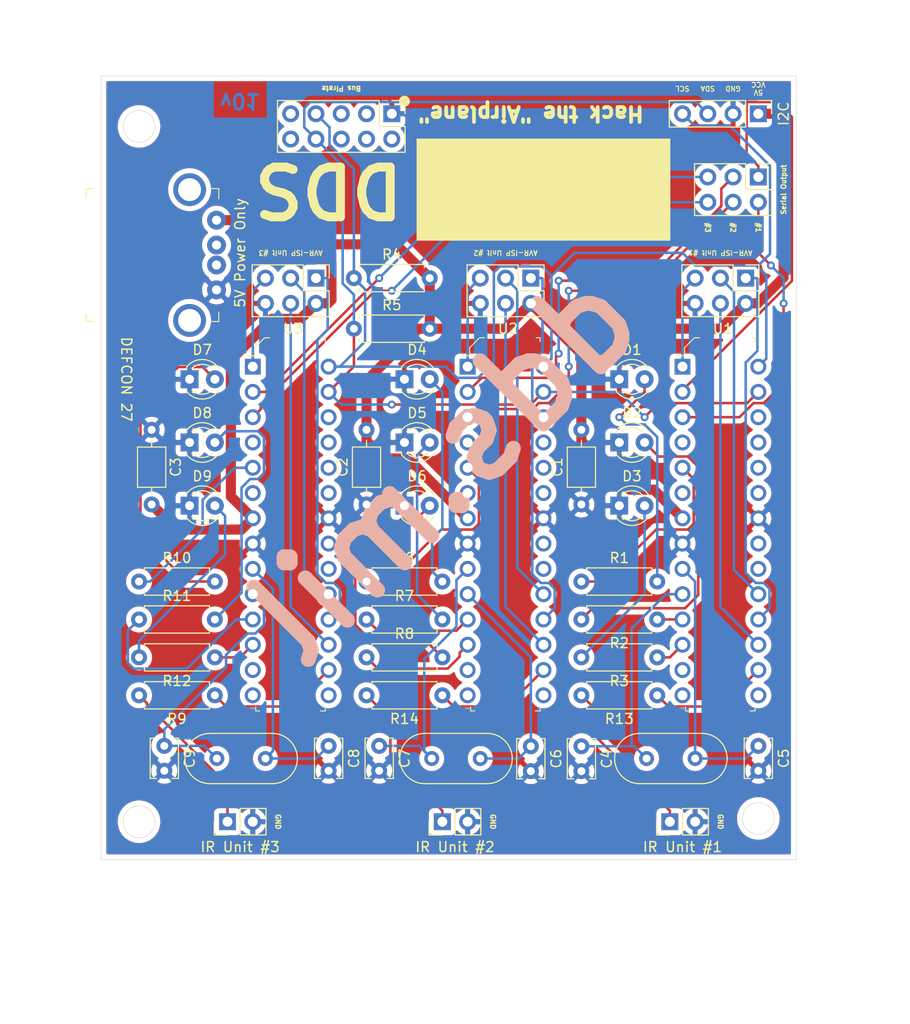
<source format=kicad_pcb>
(kicad_pcb (version 20171130) (host pcbnew 5.1.3-ffb9f22~84~ubuntu18.04.1)
  (title_block (title "Hack The Plane") (date 2019-07-24) (comment 4 "Author: Dan Allen"))
  (layers (0 F.Cu signal) (31 B.Cu signal) (34 B.Paste user hide) (35 F.Paste user hide) (36 B.SilkS user hide) (37 F.SilkS user hide) (38 B.Mask user hide) (39 F.Mask user hide) (44 Edge.Cuts user))
  (net 0 "")
  (net 1 VCC)
  (net 2 GND)
  (net 3 "Net-(D1-Pad2)")
  (net 4 "Net-(D2-Pad2)")
  (net 5 "Net-(D3-Pad2)")
  (net 6 "Net-(D4-Pad2)")
  (net 7 "Net-(D5-Pad2)")
  (net 8 "Net-(D6-Pad2)")
  (net 9 "Net-(D7-Pad2)")
  (net 10 "Net-(D8-Pad2)")
  (net 11 "Net-(D9-Pad2)")
  (net 12 "Net-(J1-Pad1)")
  (net 13 "Net-(J1-Pad3)")
  (net 14 "Net-(J1-Pad4)")
  (net 15 "Net-(J1-Pad5)")
  (net 16 "Net-(J2-Pad2)")
  (net 17 "Net-(J2-Pad3)")
  (net 18 "Net-(J2-Pad4)")
  (net 19 "Net-(J2-Pad5)")
  (net 20 "Net-(J2-Pad6)")
  (net 21 "Net-(J2-Pad7)")
  (net 22 "Net-(J2-Pad8)")
  (net 23 "Net-(J2-Pad9)")
  (net 24 "Net-(J2-Pad10)")
  (net 25 "Net-(J4-Pad1)")
  (net 26 "Net-(J4-Pad3)")
  (net 27 "Net-(J4-Pad4)")
  (net 28 "Net-(J4-Pad5)")
  (net 29 "Net-(J5-Pad1)")
  (net 30 "Net-(J6-Pad5)")
  (net 31 "Net-(J6-Pad4)")
  (net 32 "Net-(J6-Pad3)")
  (net 33 "Net-(J6-Pad1)")
  (net 34 "Net-(J7-Pad1)")
  (net 35 "Net-(J8-Pad1)")
  (net 36 "Net-(J9-Pad2)")
  (net 37 "Net-(J9-Pad3)")
  (net 38 "Net-(R1-Pad1)")
  (net 39 "Net-(R2-Pad1)")
  (net 40 "Net-(R3-Pad1)")
  (net 41 "Net-(R6-Pad1)")
  (net 42 "Net-(R7-Pad1)")
  (net 43 "Net-(R8-Pad1)")
  (net 44 "Net-(R9-Pad1)")
  (net 45 "Net-(R10-Pad1)")
  (net 46 "Net-(R11-Pad1)")
  (net 47 "Net-(R12-Pad1)")
  (net 48 "Net-(R13-Pad1)")
  (net 49 "Net-(R14-Pad1)")
  (net 50 "Net-(U1-Pad4)")
  (net 51 "Net-(U1-Pad6)")
  (net 52 "Net-(U1-Pad13)")
  (net 53 "Net-(U1-Pad14)")
  (net 54 "Net-(U1-Pad15)")
  (net 55 "Net-(U1-Pad20)")
  (net 56 "Net-(U1-Pad21)")
  (net 57 "Net-(U1-Pad23)")
  (net 58 "Net-(U1-Pad24)")
  (net 59 "Net-(U1-Pad25)")
  (net 60 "Net-(U1-Pad26)")
  (net 61 "Net-(U2-Pad4)")
  (net 62 "Net-(U2-Pad6)")
  (net 63 "Net-(U2-Pad13)")
  (net 64 "Net-(U2-Pad14)")
  (net 65 "Net-(U2-Pad15)")
  (net 66 "Net-(U2-Pad20)")
  (net 67 "Net-(U2-Pad21)")
  (net 68 "Net-(U2-Pad23)")
  (net 69 "Net-(U2-Pad24)")
  (net 70 "Net-(U2-Pad25)")
  (net 71 "Net-(U2-Pad26)")
  (net 72 "Net-(U3-Pad26)")
  (net 73 "Net-(U3-Pad25)")
  (net 74 "Net-(U3-Pad24)")
  (net 75 "Net-(U3-Pad23)")
  (net 76 "Net-(U3-Pad21)")
  (net 77 "Net-(U3-Pad20)")
  (net 78 "Net-(U3-Pad15)")
  (net 79 "Net-(U3-Pad14)")
  (net 80 "Net-(U3-Pad13)")
  (net 81 "Net-(U3-Pad6)")
  (net 82 "Net-(U3-Pad4)")
  (net 83 "Net-(J10-Pad1)")
  (net 84 "Net-(J10-Pad2)")
  (net 85 "Net-(J10-Pad3)")
  (net 86 "Net-(J10-Pad4)")
  (net 87 "Net-(J10-Pad5)")
  (net 88 "Net-(J10-Pad6)")
  (net 89 "Net-(C4-Pad1)")
  (net 90 "Net-(C5-Pad1)")
  (net 91 "Net-(C6-Pad1)")
  (net 92 "Net-(C7-Pad1)")
  (net 93 "Net-(C8-Pad1)")
  (net 94 "Net-(C9-Pad1)")
  (module LEDs:LED_D3.0mm (layer F.Cu) (at 92.71 72.39)
    (fp_text reference D8 (at 1.27 -2.96) (layer F.SilkS))
    (fp_text value LED)
    (pad 2 thru_hole circle (at 2.54 0) (size 1.8 1.8) (drill 0.9) (layers *.Cu *.Mask) (net 10 "Net-(D8-Pad2)"))
    (pad 1 thru_hole rect (at 0 0) (size 1.8 1.8) (drill 0.9) (layers *.Cu *.Mask) (net 2 GND))
  )
  (module DigiKey:DIP-28_W7.62mm (layer F.Cu) (at 142.24 64.77)
    (fp_text reference U1 (at 4.05 -3.81) (layer F.SilkS))
    (fp_text value ATmega328P-PU)
    (pad 1 thru_hole rect (at 0 0) (size 1.6 1.6) (drill 1) (layers *.Cu *.Mask) (net 15 "Net-(J1-Pad5)"))
    (pad 2 thru_hole circle (at 0 2.54) (size 1.6 1.6) (drill 1) (layers *.Cu *.Mask) (net 83 "Net-(J10-Pad1)"))
    (pad 3 thru_hole circle (at 0 5.08) (size 1.6 1.6) (drill 1) (layers *.Cu *.Mask) (net 84 "Net-(J10-Pad2)"))
    (pad 4 thru_hole circle (at 0 7.62) (size 1.6 1.6) (drill 1) (layers *.Cu *.Mask) (net 50 "Net-(U1-Pad4)"))
    (pad 5 thru_hole circle (at 0 10.16) (size 1.6 1.6) (drill 1) (layers *.Cu *.Mask) (net 38 "Net-(R1-Pad1)"))
    (pad 6 thru_hole circle (at 0 12.7) (size 1.6 1.6) (drill 1) (layers *.Cu *.Mask) (net 51 "Net-(U1-Pad6)"))
    (pad 7 thru_hole circle (at 0 15.24) (size 1.6 1.6) (drill 1) (layers *.Cu *.Mask) (net 1 VCC))
    (pad 8 thru_hole circle (at 0 17.78) (size 1.6 1.6) (drill 1) (layers *.Cu *.Mask) (net 2 GND))
    (pad 9 thru_hole circle (at 0 20.32) (size 1.6 1.6) (drill 1) (layers *.Cu *.Mask) (net 90 "Net-(C5-Pad1)"))
    (pad 10 thru_hole circle (at 0 22.86) (size 1.6 1.6) (drill 1) (layers *.Cu *.Mask) (net 89 "Net-(C4-Pad1)"))
    (pad 11 thru_hole circle (at 0 25.4) (size 1.6 1.6) (drill 1) (layers *.Cu *.Mask) (net 39 "Net-(R2-Pad1)"))
    (pad 12 thru_hole circle (at 0 27.94) (size 1.6 1.6) (drill 1) (layers *.Cu *.Mask) (net 40 "Net-(R3-Pad1)"))
    (pad 13 thru_hole circle (at 0 30.48) (size 1.6 1.6) (drill 1) (layers *.Cu *.Mask) (net 52 "Net-(U1-Pad13)"))
    (pad 14 thru_hole circle (at 0 33.02) (size 1.6 1.6) (drill 1) (layers *.Cu *.Mask) (net 53 "Net-(U1-Pad14)"))
    (pad 15 thru_hole circle (at 7.62 33.02) (size 1.6 1.6) (drill 1) (layers *.Cu *.Mask) (net 54 "Net-(U1-Pad15)"))
    (pad 16 thru_hole circle (at 7.62 30.48) (size 1.6 1.6) (drill 1) (layers *.Cu *.Mask) (net 48 "Net-(R13-Pad1)"))
    (pad 17 thru_hole circle (at 7.62 27.94) (size 1.6 1.6) (drill 1) (layers *.Cu *.Mask) (net 14 "Net-(J1-Pad4)"))
    (pad 18 thru_hole circle (at 7.62 25.4) (size 1.6 1.6) (drill 1) (layers *.Cu *.Mask) (net 12 "Net-(J1-Pad1)"))
    (pad 19 thru_hole circle (at 7.62 22.86) (size 1.6 1.6) (drill 1) (layers *.Cu *.Mask) (net 13 "Net-(J1-Pad3)"))
    (pad 20 thru_hole circle (at 7.62 20.32) (size 1.6 1.6) (drill 1) (layers *.Cu *.Mask) (net 55 "Net-(U1-Pad20)"))
    (pad 21 thru_hole circle (at 7.62 17.78) (size 1.6 1.6) (drill 1) (layers *.Cu *.Mask) (net 56 "Net-(U1-Pad21)"))
    (pad 22 thru_hole circle (at 7.62 15.24) (size 1.6 1.6) (drill 1) (layers *.Cu *.Mask) (net 2 GND))
    (pad 23 thru_hole circle (at 7.62 12.7) (size 1.6 1.6) (drill 1) (layers *.Cu *.Mask) (net 57 "Net-(U1-Pad23)"))
    (pad 24 thru_hole circle (at 7.62 10.16) (size 1.6 1.6) (drill 1) (layers *.Cu *.Mask) (net 58 "Net-(U1-Pad24)"))
    (pad 25 thru_hole circle (at 7.62 7.62) (size 1.6 1.6) (drill 1) (layers *.Cu *.Mask) (net 59 "Net-(U1-Pad25)"))
    (pad 26 thru_hole circle (at 7.62 5.08) (size 1.6 1.6) (drill 1) (layers *.Cu *.Mask) (net 60 "Net-(U1-Pad26)"))
    (pad 27 thru_hole circle (at 7.62 2.54) (size 1.6 1.6) (drill 1) (layers *.Cu *.Mask) (net 22 "Net-(J2-Pad8)"))
    (pad 28 thru_hole circle (at 7.62 0) (size 1.6 1.6) (drill 1) (layers *.Cu *.Mask) (net 21 "Net-(J2-Pad7)"))
  )
  (module Capacitors_THT:C_Axial_L3.8mm_D2.6mm_P7.50mm_Horizontal (layer F.Cu) (at 132.08 78.62 90)
    (fp_text reference C1 (at 3.75 -2.42 90) (layer F.SilkS))
    (fp_text value .1uF)
    (pad 1 thru_hole circle (at 0 0 90) (size 1.6 1.6) (drill 0.8) (layers *.Cu *.Mask) (net 2 GND))
    (pad 2 thru_hole oval (at 7.5 0 90) (size 1.6 1.6) (drill 0.8) (layers *.Cu *.Mask) (net 1 VCC))
  )
  (module Capacitors_THT:C_Axial_L3.8mm_D2.6mm_P7.50mm_Horizontal (layer F.Cu) (at 110.49 78.62 90)
    (fp_text reference C2 (at 3.75 -2.42 90) (layer F.SilkS))
    (fp_text value .1uF)
    (pad 2 thru_hole oval (at 7.5 0 90) (size 1.6 1.6) (drill 0.8) (layers *.Cu *.Mask) (net 1 VCC))
    (pad 1 thru_hole circle (at 0 0 90) (size 1.6 1.6) (drill 0.8) (layers *.Cu *.Mask) (net 2 GND))
  )
  (module Capacitors_THT:C_Axial_L3.8mm_D2.6mm_P7.50mm_Horizontal (layer F.Cu) (at 88.9 71.12 270)
    (fp_text reference C3 (at 3.75 -2.42 90) (layer F.SilkS))
    (fp_text value .1uF)
    (pad 1 thru_hole circle (at 0 0 270) (size 1.6 1.6) (drill 0.8) (layers *.Cu *.Mask) (net 2 GND))
    (pad 2 thru_hole oval (at 7.5 0 270) (size 1.6 1.6) (drill 0.8) (layers *.Cu *.Mask) (net 1 VCC))
  )
  (module LEDs:LED_D3.0mm (layer F.Cu) (at 135.89 66.04)
    (fp_text reference D1 (at 1.27 -2.96) (layer F.SilkS))
    (fp_text value LED)
    (pad 1 thru_hole rect (at 0 0) (size 1.8 1.8) (drill 0.9) (layers *.Cu *.Mask) (net 2 GND))
    (pad 2 thru_hole circle (at 2.54 0) (size 1.8 1.8) (drill 0.9) (layers *.Cu *.Mask) (net 3 "Net-(D1-Pad2)"))
  )
  (module LEDs:LED_D3.0mm (layer F.Cu) (at 135.89 72.39)
    (fp_text reference D2 (at 1.27 -2.96) (layer F.SilkS))
    (fp_text value LED)
    (pad 2 thru_hole circle (at 2.54 0) (size 1.8 1.8) (drill 0.9) (layers *.Cu *.Mask) (net 4 "Net-(D2-Pad2)"))
    (pad 1 thru_hole rect (at 0 0) (size 1.8 1.8) (drill 0.9) (layers *.Cu *.Mask) (net 2 GND))
  )
  (module LEDs:LED_D3.0mm (layer F.Cu) (at 135.89 78.74)
    (fp_text reference D3 (at 1.27 -2.96) (layer F.SilkS))
    (fp_text value LED)
    (pad 1 thru_hole rect (at 0 0) (size 1.8 1.8) (drill 0.9) (layers *.Cu *.Mask) (net 2 GND))
    (pad 2 thru_hole circle (at 2.54 0) (size 1.8 1.8) (drill 0.9) (layers *.Cu *.Mask) (net 5 "Net-(D3-Pad2)"))
  )
  (module LEDs:LED_D3.0mm (layer F.Cu) (at 114.3 66.04)
    (fp_text reference D4 (at 1.27 -2.96) (layer F.SilkS))
    (fp_text value LED)
    (pad 2 thru_hole circle (at 2.54 0) (size 1.8 1.8) (drill 0.9) (layers *.Cu *.Mask) (net 6 "Net-(D4-Pad2)"))
    (pad 1 thru_hole rect (at 0 0) (size 1.8 1.8) (drill 0.9) (layers *.Cu *.Mask) (net 2 GND))
  )
  (module LEDs:LED_D3.0mm (layer F.Cu) (at 114.3 72.39)
    (fp_text reference D5 (at 1.27 -2.96) (layer F.SilkS))
    (fp_text value LED)
    (pad 1 thru_hole rect (at 0 0) (size 1.8 1.8) (drill 0.9) (layers *.Cu *.Mask) (net 2 GND))
    (pad 2 thru_hole circle (at 2.54 0) (size 1.8 1.8) (drill 0.9) (layers *.Cu *.Mask) (net 7 "Net-(D5-Pad2)"))
  )
  (module LEDs:LED_D3.0mm (layer F.Cu) (at 114.3 78.74)
    (fp_text reference D6 (at 1.27 -2.96) (layer F.SilkS))
    (fp_text value LED)
    (pad 2 thru_hole circle (at 2.54 0) (size 1.8 1.8) (drill 0.9) (layers *.Cu *.Mask) (net 8 "Net-(D6-Pad2)"))
    (pad 1 thru_hole rect (at 0 0) (size 1.8 1.8) (drill 0.9) (layers *.Cu *.Mask) (net 2 GND))
  )
  (module LEDs:LED_D3.0mm (layer F.Cu) (at 92.71 66.04)
    (fp_text reference D7 (at 1.27 -2.96) (layer F.SilkS))
    (fp_text value LED)
    (pad 1 thru_hole rect (at 0 0) (size 1.8 1.8) (drill 0.9) (layers *.Cu *.Mask) (net 2 GND))
    (pad 2 thru_hole circle (at 2.54 0) (size 1.8 1.8) (drill 0.9) (layers *.Cu *.Mask) (net 9 "Net-(D7-Pad2)"))
  )
  (module LEDs:LED_D3.0mm (layer F.Cu) (at 92.71 78.74)
    (fp_text reference D9 (at 1.27 -2.96) (layer F.SilkS))
    (fp_text value LED)
    (pad 1 thru_hole rect (at 0 0) (size 1.8 1.8) (drill 0.9) (layers *.Cu *.Mask) (net 2 GND))
    (pad 2 thru_hole circle (at 2.54 0) (size 1.8 1.8) (drill 0.9) (layers *.Cu *.Mask) (net 11 "Net-(D9-Pad2)"))
  )
  (module "Pin Header:PinHeader_2x03_P2.54mm_Vertical" (layer F.Cu) (at 148.59 55.88 270)
    (fp_text reference J1 hide)
    (fp_text value AVR-ISP-6)
    (pad 1 thru_hole rect (at 0 0 270) (size 1.7 1.7) (drill 1) (layers *.Cu *.Mask) (net 12 "Net-(J1-Pad1)"))
    (pad 2 thru_hole oval (at 2.54 0 270) (size 1.7 1.7) (drill 1) (layers *.Cu *.Mask) (net 1 VCC))
    (pad 3 thru_hole oval (at 0 2.54 270) (size 1.7 1.7) (drill 1) (layers *.Cu *.Mask) (net 13 "Net-(J1-Pad3)"))
    (pad 4 thru_hole oval (at 2.54 2.54 270) (size 1.7 1.7) (drill 1) (layers *.Cu *.Mask) (net 14 "Net-(J1-Pad4)"))
    (pad 5 thru_hole oval (at 0 5.08 270) (size 1.7 1.7) (drill 1) (layers *.Cu *.Mask) (net 15 "Net-(J1-Pad5)"))
    (pad 6 thru_hole oval (at 2.54 5.08 270) (size 1.7 1.7) (drill 1) (layers *.Cu *.Mask) (net 2 GND))
  )
  (module "Pin Header:PinHeader_2x05_P2.54mm_Vertical" (layer F.Cu) (at 113.03 39.37 270)
    (fp_text reference J2 hide)
    (fp_text value Conn_02x05_Counter_Clockwise)
    (pad 1 thru_hole rect (at 0 0 270) (size 1.7 1.7) (drill 1) (layers *.Cu *.Mask) (net 2 GND))
    (pad 2 thru_hole oval (at 2.54 0 270) (size 1.7 1.7) (drill 1) (layers *.Cu *.Mask) (net 16 "Net-(J2-Pad2)"))
    (pad 3 thru_hole oval (at 0 2.54 270) (size 1.7 1.7) (drill 1) (layers *.Cu *.Mask) (net 17 "Net-(J2-Pad3)"))
    (pad 4 thru_hole oval (at 2.54 2.54 270) (size 1.7 1.7) (drill 1) (layers *.Cu *.Mask) (net 18 "Net-(J2-Pad4)"))
    (pad 5 thru_hole oval (at 0 5.08 270) (size 1.7 1.7) (drill 1) (layers *.Cu *.Mask) (net 19 "Net-(J2-Pad5)"))
    (pad 6 thru_hole oval (at 2.54 5.08 270) (size 1.7 1.7) (drill 1) (layers *.Cu *.Mask) (net 20 "Net-(J2-Pad6)"))
    (pad 7 thru_hole oval (at 0 7.62 270) (size 1.7 1.7) (drill 1) (layers *.Cu *.Mask) (net 21 "Net-(J2-Pad7)"))
    (pad 8 thru_hole oval (at 2.54 7.62 270) (size 1.7 1.7) (drill 1) (layers *.Cu *.Mask) (net 22 "Net-(J2-Pad8)"))
    (pad 9 thru_hole oval (at 0 10.16 270) (size 1.7 1.7) (drill 1) (layers *.Cu *.Mask) (net 23 "Net-(J2-Pad9)"))
    (pad 10 thru_hole oval (at 2.54 10.16 270) (size 1.7 1.7) (drill 1) (layers *.Cu *.Mask) (net 24 "Net-(J2-Pad10)"))
  )
  (module "Pin Header:PinHeader_1x04_P2.54mm_Vertical" (layer F.Cu) (at 149.86 39.37 270)
    (fp_text reference J3 hide)
    (fp_text value Conn_01x04)
    (pad 1 thru_hole rect (at 0 0 270) (size 1.7 1.7) (drill 1) (layers *.Cu *.Mask) (net 1 VCC))
    (pad 2 thru_hole oval (at 0 2.54 270) (size 1.7 1.7) (drill 1) (layers *.Cu *.Mask) (net 2 GND))
    (pad 3 thru_hole oval (at 0 5.08 270) (size 1.7 1.7) (drill 1) (layers *.Cu *.Mask) (net 22 "Net-(J2-Pad8)"))
    (pad 4 thru_hole oval (at 0 7.62 270) (size 1.7 1.7) (drill 1) (layers *.Cu *.Mask) (net 21 "Net-(J2-Pad7)"))
  )
  (module "Pin Header:PinHeader_2x03_P2.54mm_Vertical" (layer F.Cu) (at 127 55.88 270)
    (fp_text reference J4 hide)
    (fp_text value AVR-ISP-6)
    (pad 1 thru_hole rect (at 0 0 270) (size 1.7 1.7) (drill 1) (layers *.Cu *.Mask) (net 25 "Net-(J4-Pad1)"))
    (pad 2 thru_hole oval (at 2.54 0 270) (size 1.7 1.7) (drill 1) (layers *.Cu *.Mask) (net 1 VCC))
    (pad 3 thru_hole oval (at 0 2.54 270) (size 1.7 1.7) (drill 1) (layers *.Cu *.Mask) (net 26 "Net-(J4-Pad3)"))
    (pad 4 thru_hole oval (at 2.54 2.54 270) (size 1.7 1.7) (drill 1) (layers *.Cu *.Mask) (net 27 "Net-(J4-Pad4)"))
    (pad 5 thru_hole oval (at 0 5.08 270) (size 1.7 1.7) (drill 1) (layers *.Cu *.Mask) (net 28 "Net-(J4-Pad5)"))
    (pad 6 thru_hole oval (at 2.54 5.08 270) (size 1.7 1.7) (drill 1) (layers *.Cu *.Mask) (net 2 GND))
  )
  (module "Pin Header:PinHeader_1x02_P2.54mm_Vertical" (layer F.Cu) (at 96.52 110.49 90)
    (fp_text reference J5 hide)
    (fp_text value Conn_01x02)
    (pad 1 thru_hole rect (at 0 0 90) (size 1.7 1.7) (drill 1) (layers *.Cu *.Mask) (net 29 "Net-(J5-Pad1)"))
    (pad 2 thru_hole oval (at 0 2.54 90) (size 1.7 1.7) (drill 1) (layers *.Cu *.Mask) (net 2 GND))
  )
  (module "Pin Header:PinHeader_2x03_P2.54mm_Vertical" (layer F.Cu) (at 105.41 55.88 270)
    (fp_text reference J6 hide)
    (fp_text value AVR-ISP-6)
    (pad 6 thru_hole oval (at 2.54 5.08 270) (size 1.7 1.7) (drill 1) (layers *.Cu *.Mask) (net 2 GND))
    (pad 5 thru_hole oval (at 0 5.08 270) (size 1.7 1.7) (drill 1) (layers *.Cu *.Mask) (net 30 "Net-(J6-Pad5)"))
    (pad 4 thru_hole oval (at 2.54 2.54 270) (size 1.7 1.7) (drill 1) (layers *.Cu *.Mask) (net 31 "Net-(J6-Pad4)"))
    (pad 3 thru_hole oval (at 0 2.54 270) (size 1.7 1.7) (drill 1) (layers *.Cu *.Mask) (net 32 "Net-(J6-Pad3)"))
    (pad 2 thru_hole oval (at 2.54 0 270) (size 1.7 1.7) (drill 1) (layers *.Cu *.Mask) (net 1 VCC))
    (pad 1 thru_hole rect (at 0 0 270) (size 1.7 1.7) (drill 1) (layers *.Cu *.Mask) (net 33 "Net-(J6-Pad1)"))
  )
  (module "Pin Header:PinHeader_1x02_P2.54mm_Vertical" (layer F.Cu) (at 140.97 110.49 90)
    (fp_text reference J7 hide)
    (fp_text value Conn_01x02)
    (pad 1 thru_hole rect (at 0 0 90) (size 1.7 1.7) (drill 1) (layers *.Cu *.Mask) (net 34 "Net-(J7-Pad1)"))
    (pad 2 thru_hole oval (at 0 2.54 90) (size 1.7 1.7) (drill 1) (layers *.Cu *.Mask) (net 2 GND))
  )
  (module "Pin Header:PinHeader_1x02_P2.54mm_Vertical" (layer F.Cu) (at 118.11 110.49 90)
    (fp_text reference J8 hide)
    (fp_text value Conn_01x02)
    (pad 2 thru_hole oval (at 0 2.54 90) (size 1.7 1.7) (drill 1) (layers *.Cu *.Mask) (net 2 GND))
    (pad 1 thru_hole rect (at 0 0 90) (size 1.7 1.7) (drill 1) (layers *.Cu *.Mask) (net 35 "Net-(J8-Pad1)"))
  )
  (module Resistors_THT:R_Axial_DIN0207_L6.3mm_D2.5mm_P7.62mm_Horizontal (layer F.Cu) (at 132.08 86.36)
    (fp_text reference R1 (at 3.81 -2.37) (layer F.SilkS))
    (fp_text value 330)
    (pad 1 thru_hole circle (at 0 0) (size 1.6 1.6) (drill 0.8) (layers *.Cu *.Mask) (net 38 "Net-(R1-Pad1)"))
    (pad 2 thru_hole oval (at 7.62 0) (size 1.6 1.6) (drill 0.8) (layers *.Cu *.Mask) (net 3 "Net-(D1-Pad2)"))
  )
  (module Resistors_THT:R_Axial_DIN0207_L6.3mm_D2.5mm_P7.62mm_Horizontal (layer F.Cu) (at 139.7 90.17 180)
    (fp_text reference R2 (at 3.81 -2.37) (layer F.SilkS))
    (fp_text value 330)
    (pad 2 thru_hole oval (at 7.62 0 180) (size 1.6 1.6) (drill 0.8) (layers *.Cu *.Mask) (net 4 "Net-(D2-Pad2)"))
    (pad 1 thru_hole circle (at 0 0 180) (size 1.6 1.6) (drill 0.8) (layers *.Cu *.Mask) (net 39 "Net-(R2-Pad1)"))
  )
  (module Resistors_THT:R_Axial_DIN0207_L6.3mm_D2.5mm_P7.62mm_Horizontal (layer F.Cu) (at 139.7 93.98 180)
    (fp_text reference R3 (at 3.81 -2.37) (layer F.SilkS))
    (fp_text value 330)
    (pad 1 thru_hole circle (at 0 0 180) (size 1.6 1.6) (drill 0.8) (layers *.Cu *.Mask) (net 40 "Net-(R3-Pad1)"))
    (pad 2 thru_hole oval (at 7.62 0 180) (size 1.6 1.6) (drill 0.8) (layers *.Cu *.Mask) (net 5 "Net-(D3-Pad2)"))
  )
  (module Resistors_THT:R_Axial_DIN0207_L6.3mm_D2.5mm_P7.62mm_Horizontal (layer F.Cu) (at 109.22 55.88)
    (fp_text reference R4 (at 3.81 -2.37) (layer F.SilkS))
    (fp_text value 4.7k)
    (pad 2 thru_hole oval (at 7.62 0) (size 1.6 1.6) (drill 0.8) (layers *.Cu *.Mask) (net 1 VCC))
    (pad 1 thru_hole circle (at 0 0) (size 1.6 1.6) (drill 0.8) (layers *.Cu *.Mask) (net 21 "Net-(J2-Pad7)"))
  )
  (module Resistors_THT:R_Axial_DIN0207_L6.3mm_D2.5mm_P7.62mm_Horizontal (layer F.Cu) (at 109.22 60.96)
    (fp_text reference R5 (at 3.81 -2.37) (layer F.SilkS))
    (fp_text value 4.7k)
    (pad 1 thru_hole circle (at 0 0) (size 1.6 1.6) (drill 0.8) (layers *.Cu *.Mask) (net 22 "Net-(J2-Pad8)"))
    (pad 2 thru_hole oval (at 7.62 0) (size 1.6 1.6) (drill 0.8) (layers *.Cu *.Mask) (net 1 VCC))
  )
  (module Resistors_THT:R_Axial_DIN0207_L6.3mm_D2.5mm_P7.62mm_Horizontal (layer F.Cu) (at 110.49 86.36)
    (fp_text reference R6 (at 3.81 -2.37) (layer F.SilkS))
    (fp_text value 330)
    (pad 2 thru_hole oval (at 7.62 0) (size 1.6 1.6) (drill 0.8) (layers *.Cu *.Mask) (net 6 "Net-(D4-Pad2)"))
    (pad 1 thru_hole circle (at 0 0) (size 1.6 1.6) (drill 0.8) (layers *.Cu *.Mask) (net 41 "Net-(R6-Pad1)"))
  )
  (module Resistors_THT:R_Axial_DIN0207_L6.3mm_D2.5mm_P7.62mm_Horizontal (layer F.Cu) (at 110.49 90.17)
    (fp_text reference R7 (at 3.81 -2.37) (layer F.SilkS))
    (fp_text value 330)
    (pad 1 thru_hole circle (at 0 0) (size 1.6 1.6) (drill 0.8) (layers *.Cu *.Mask) (net 42 "Net-(R7-Pad1)"))
    (pad 2 thru_hole oval (at 7.62 0) (size 1.6 1.6) (drill 0.8) (layers *.Cu *.Mask) (net 7 "Net-(D5-Pad2)"))
  )
  (module Resistors_THT:R_Axial_DIN0207_L6.3mm_D2.5mm_P7.62mm_Horizontal (layer F.Cu) (at 110.49 93.98)
    (fp_text reference R8 (at 3.81 -2.37) (layer F.SilkS))
    (fp_text value 330)
    (pad 2 thru_hole oval (at 7.62 0) (size 1.6 1.6) (drill 0.8) (layers *.Cu *.Mask) (net 8 "Net-(D6-Pad2)"))
    (pad 1 thru_hole circle (at 0 0) (size 1.6 1.6) (drill 0.8) (layers *.Cu *.Mask) (net 43 "Net-(R8-Pad1)"))
  )
  (module Resistors_THT:R_Axial_DIN0207_L6.3mm_D2.5mm_P7.62mm_Horizontal (layer F.Cu) (at 95.25 97.79 180)
    (fp_text reference R9 (at 3.81 -2.37) (layer F.SilkS))
    (fp_text value 100)
    (pad 2 thru_hole oval (at 7.62 0 180) (size 1.6 1.6) (drill 0.8) (layers *.Cu *.Mask) (net 29 "Net-(J5-Pad1)"))
    (pad 1 thru_hole circle (at 0 0 180) (size 1.6 1.6) (drill 0.8) (layers *.Cu *.Mask) (net 44 "Net-(R9-Pad1)"))
  )
  (module Resistors_THT:R_Axial_DIN0207_L6.3mm_D2.5mm_P7.62mm_Horizontal (layer F.Cu) (at 87.63 86.36)
    (fp_text reference R10 (at 3.81 -2.37) (layer F.SilkS))
    (fp_text value 330)
    (pad 2 thru_hole oval (at 7.62 0) (size 1.6 1.6) (drill 0.8) (layers *.Cu *.Mask) (net 9 "Net-(D7-Pad2)"))
    (pad 1 thru_hole circle (at 0 0) (size 1.6 1.6) (drill 0.8) (layers *.Cu *.Mask) (net 45 "Net-(R10-Pad1)"))
  )
  (module Resistors_THT:R_Axial_DIN0207_L6.3mm_D2.5mm_P7.62mm_Horizontal (layer F.Cu) (at 87.63 90.17)
    (fp_text reference R11 (at 3.81 -2.37) (layer F.SilkS))
    (fp_text value 330)
    (pad 2 thru_hole oval (at 7.62 0) (size 1.6 1.6) (drill 0.8) (layers *.Cu *.Mask) (net 10 "Net-(D8-Pad2)"))
    (pad 1 thru_hole circle (at 0 0) (size 1.6 1.6) (drill 0.8) (layers *.Cu *.Mask) (net 46 "Net-(R11-Pad1)"))
  )
  (module Resistors_THT:R_Axial_DIN0207_L6.3mm_D2.5mm_P7.62mm_Horizontal (layer F.Cu) (at 95.25 93.98 180)
    (fp_text reference R12 (at 3.81 -2.37) (layer F.SilkS))
    (fp_text value 330)
    (pad 1 thru_hole circle (at 0 0 180) (size 1.6 1.6) (drill 0.8) (layers *.Cu *.Mask) (net 47 "Net-(R12-Pad1)"))
    (pad 2 thru_hole oval (at 7.62 0 180) (size 1.6 1.6) (drill 0.8) (layers *.Cu *.Mask) (net 11 "Net-(D9-Pad2)"))
  )
  (module Resistors_THT:R_Axial_DIN0207_L6.3mm_D2.5mm_P7.62mm_Horizontal (layer F.Cu) (at 139.7 97.79 180)
    (fp_text reference R13 (at 3.81 -2.37) (layer F.SilkS))
    (fp_text value 100)
    (pad 1 thru_hole circle (at 0 0 180) (size 1.6 1.6) (drill 0.8) (layers *.Cu *.Mask) (net 48 "Net-(R13-Pad1)"))
    (pad 2 thru_hole oval (at 7.62 0 180) (size 1.6 1.6) (drill 0.8) (layers *.Cu *.Mask) (net 34 "Net-(J7-Pad1)"))
  )
  (module Resistors_THT:R_Axial_DIN0207_L6.3mm_D2.5mm_P7.62mm_Horizontal (layer F.Cu) (at 118.11 97.79 180)
    (fp_text reference R14 (at 3.81 -2.37) (layer F.SilkS))
    (fp_text value 100)
    (pad 1 thru_hole circle (at 0 0 180) (size 1.6 1.6) (drill 0.8) (layers *.Cu *.Mask) (net 49 "Net-(R14-Pad1)"))
    (pad 2 thru_hole oval (at 7.62 0 180) (size 1.6 1.6) (drill 0.8) (layers *.Cu *.Mask) (net 35 "Net-(J8-Pad1)"))
  )
  (module DigiKey:DIP-28_W7.62mm (layer F.Cu) (at 120.65 64.77)
    (fp_text reference U2 (at 4.05 -3.81) (layer F.SilkS))
    (fp_text value ATmega328P-PU)
    (pad 1 thru_hole rect (at 0 0) (size 1.6 1.6) (drill 1) (layers *.Cu *.Mask) (net 28 "Net-(J4-Pad5)"))
    (pad 2 thru_hole circle (at 0 2.54) (size 1.6 1.6) (drill 1) (layers *.Cu *.Mask) (net 85 "Net-(J10-Pad3)"))
    (pad 3 thru_hole circle (at 0 5.08) (size 1.6 1.6) (drill 1) (layers *.Cu *.Mask) (net 86 "Net-(J10-Pad4)"))
    (pad 4 thru_hole circle (at 0 7.62) (size 1.6 1.6) (drill 1) (layers *.Cu *.Mask) (net 61 "Net-(U2-Pad4)"))
    (pad 5 thru_hole circle (at 0 10.16) (size 1.6 1.6) (drill 1) (layers *.Cu *.Mask) (net 41 "Net-(R6-Pad1)"))
    (pad 6 thru_hole circle (at 0 12.7) (size 1.6 1.6) (drill 1) (layers *.Cu *.Mask) (net 62 "Net-(U2-Pad6)"))
    (pad 7 thru_hole circle (at 0 15.24) (size 1.6 1.6) (drill 1) (layers *.Cu *.Mask) (net 1 VCC))
    (pad 8 thru_hole circle (at 0 17.78) (size 1.6 1.6) (drill 1) (layers *.Cu *.Mask) (net 2 GND))
    (pad 9 thru_hole circle (at 0 20.32) (size 1.6 1.6) (drill 1) (layers *.Cu *.Mask) (net 92 "Net-(C7-Pad1)"))
    (pad 10 thru_hole circle (at 0 22.86) (size 1.6 1.6) (drill 1) (layers *.Cu *.Mask) (net 91 "Net-(C6-Pad1)"))
    (pad 11 thru_hole circle (at 0 25.4) (size 1.6 1.6) (drill 1) (layers *.Cu *.Mask) (net 42 "Net-(R7-Pad1)"))
    (pad 12 thru_hole circle (at 0 27.94) (size 1.6 1.6) (drill 1) (layers *.Cu *.Mask) (net 43 "Net-(R8-Pad1)"))
    (pad 13 thru_hole circle (at 0 30.48) (size 1.6 1.6) (drill 1) (layers *.Cu *.Mask) (net 63 "Net-(U2-Pad13)"))
    (pad 14 thru_hole circle (at 0 33.02) (size 1.6 1.6) (drill 1) (layers *.Cu *.Mask) (net 64 "Net-(U2-Pad14)"))
    (pad 15 thru_hole circle (at 7.62 33.02) (size 1.6 1.6) (drill 1) (layers *.Cu *.Mask) (net 65 "Net-(U2-Pad15)"))
    (pad 16 thru_hole circle (at 7.62 30.48) (size 1.6 1.6) (drill 1) (layers *.Cu *.Mask) (net 49 "Net-(R14-Pad1)"))
    (pad 17 thru_hole circle (at 7.62 27.94) (size 1.6 1.6) (drill 1) (layers *.Cu *.Mask) (net 27 "Net-(J4-Pad4)"))
    (pad 18 thru_hole circle (at 7.62 25.4) (size 1.6 1.6) (drill 1) (layers *.Cu *.Mask) (net 25 "Net-(J4-Pad1)"))
    (pad 19 thru_hole circle (at 7.62 22.86) (size 1.6 1.6) (drill 1) (layers *.Cu *.Mask) (net 26 "Net-(J4-Pad3)"))
    (pad 20 thru_hole circle (at 7.62 20.32) (size 1.6 1.6) (drill 1) (layers *.Cu *.Mask) (net 66 "Net-(U2-Pad20)"))
    (pad 21 thru_hole circle (at 7.62 17.78) (size 1.6 1.6) (drill 1) (layers *.Cu *.Mask) (net 67 "Net-(U2-Pad21)"))
    (pad 22 thru_hole circle (at 7.62 15.24) (size 1.6 1.6) (drill 1) (layers *.Cu *.Mask) (net 2 GND))
    (pad 23 thru_hole circle (at 7.62 12.7) (size 1.6 1.6) (drill 1) (layers *.Cu *.Mask) (net 68 "Net-(U2-Pad23)"))
    (pad 24 thru_hole circle (at 7.62 10.16) (size 1.6 1.6) (drill 1) (layers *.Cu *.Mask) (net 69 "Net-(U2-Pad24)"))
    (pad 25 thru_hole circle (at 7.62 7.62) (size 1.6 1.6) (drill 1) (layers *.Cu *.Mask) (net 70 "Net-(U2-Pad25)"))
    (pad 26 thru_hole circle (at 7.62 5.08) (size 1.6 1.6) (drill 1) (layers *.Cu *.Mask) (net 71 "Net-(U2-Pad26)"))
    (pad 27 thru_hole circle (at 7.62 2.54) (size 1.6 1.6) (drill 1) (layers *.Cu *.Mask) (net 22 "Net-(J2-Pad8)"))
    (pad 28 thru_hole circle (at 7.62 0) (size 1.6 1.6) (drill 1) (layers *.Cu *.Mask) (net 21 "Net-(J2-Pad7)"))
  )
  (module DigiKey:DIP-28_W7.62mm (layer F.Cu) (at 99.06 64.77)
    (fp_text reference U3 (at 4.05 -3.81) (layer F.SilkS))
    (fp_text value ATmega328P-PU)
    (pad 28 thru_hole circle (at 7.62 0) (size 1.6 1.6) (drill 1) (layers *.Cu *.Mask) (net 21 "Net-(J2-Pad7)"))
    (pad 27 thru_hole circle (at 7.62 2.54) (size 1.6 1.6) (drill 1) (layers *.Cu *.Mask) (net 22 "Net-(J2-Pad8)"))
    (pad 26 thru_hole circle (at 7.62 5.08) (size 1.6 1.6) (drill 1) (layers *.Cu *.Mask) (net 72 "Net-(U3-Pad26)"))
    (pad 25 thru_hole circle (at 7.62 7.62) (size 1.6 1.6) (drill 1) (layers *.Cu *.Mask) (net 73 "Net-(U3-Pad25)"))
    (pad 24 thru_hole circle (at 7.62 10.16) (size 1.6 1.6) (drill 1) (layers *.Cu *.Mask) (net 74 "Net-(U3-Pad24)"))
    (pad 23 thru_hole circle (at 7.62 12.7) (size 1.6 1.6) (drill 1) (layers *.Cu *.Mask) (net 75 "Net-(U3-Pad23)"))
    (pad 22 thru_hole circle (at 7.62 15.24) (size 1.6 1.6) (drill 1) (layers *.Cu *.Mask) (net 2 GND))
    (pad 21 thru_hole circle (at 7.62 17.78) (size 1.6 1.6) (drill 1) (layers *.Cu *.Mask) (net 76 "Net-(U3-Pad21)"))
    (pad 20 thru_hole circle (at 7.62 20.32) (size 1.6 1.6) (drill 1) (layers *.Cu *.Mask) (net 77 "Net-(U3-Pad20)"))
    (pad 19 thru_hole circle (at 7.62 22.86) (size 1.6 1.6) (drill 1) (layers *.Cu *.Mask) (net 32 "Net-(J6-Pad3)"))
    (pad 18 thru_hole circle (at 7.62 25.4) (size 1.6 1.6) (drill 1) (layers *.Cu *.Mask) (net 33 "Net-(J6-Pad1)"))
    (pad 17 thru_hole circle (at 7.62 27.94) (size 1.6 1.6) (drill 1) (layers *.Cu *.Mask) (net 31 "Net-(J6-Pad4)"))
    (pad 16 thru_hole circle (at 7.62 30.48) (size 1.6 1.6) (drill 1) (layers *.Cu *.Mask) (net 44 "Net-(R9-Pad1)"))
    (pad 15 thru_hole circle (at 7.62 33.02) (size 1.6 1.6) (drill 1) (layers *.Cu *.Mask) (net 78 "Net-(U3-Pad15)"))
    (pad 14 thru_hole circle (at 0 33.02) (size 1.6 1.6) (drill 1) (layers *.Cu *.Mask) (net 79 "Net-(U3-Pad14)"))
    (pad 13 thru_hole circle (at 0 30.48) (size 1.6 1.6) (drill 1) (layers *.Cu *.Mask) (net 80 "Net-(U3-Pad13)"))
    (pad 12 thru_hole circle (at 0 27.94) (size 1.6 1.6) (drill 1) (layers *.Cu *.Mask) (net 47 "Net-(R12-Pad1)"))
    (pad 11 thru_hole circle (at 0 25.4) (size 1.6 1.6) (drill 1) (layers *.Cu *.Mask) (net 46 "Net-(R11-Pad1)"))
    (pad 10 thru_hole circle (at 0 22.86) (size 1.6 1.6) (drill 1) (layers *.Cu *.Mask) (net 94 "Net-(C9-Pad1)"))
    (pad 9 thru_hole circle (at 0 20.32) (size 1.6 1.6) (drill 1) (layers *.Cu *.Mask) (net 93 "Net-(C8-Pad1)"))
    (pad 8 thru_hole circle (at 0 17.78) (size 1.6 1.6) (drill 1) (layers *.Cu *.Mask) (net 2 GND))
    (pad 7 thru_hole circle (at 0 15.24) (size 1.6 1.6) (drill 1) (layers *.Cu *.Mask) (net 1 VCC))
    (pad 6 thru_hole circle (at 0 12.7) (size 1.6 1.6) (drill 1) (layers *.Cu *.Mask) (net 81 "Net-(U3-Pad6)"))
    (pad 5 thru_hole circle (at 0 10.16) (size 1.6 1.6) (drill 1) (layers *.Cu *.Mask) (net 45 "Net-(R10-Pad1)"))
    (pad 4 thru_hole circle (at 0 7.62) (size 1.6 1.6) (drill 1) (layers *.Cu *.Mask) (net 82 "Net-(U3-Pad4)"))
    (pad 3 thru_hole circle (at 0 5.08) (size 1.6 1.6) (drill 1) (layers *.Cu *.Mask) (net 88 "Net-(J10-Pad6)"))
    (pad 2 thru_hole circle (at 0 2.54) (size 1.6 1.6) (drill 1) (layers *.Cu *.Mask) (net 87 "Net-(J10-Pad5)"))
    (pad 1 thru_hole rect (at 0 0) (size 1.6 1.6) (drill 1) (layers *.Cu *.Mask) (net 30 "Net-(J6-Pad5)"))
  )
  (module DigiKey:USB_A_Female_UE27AC54100 (layer F.Cu) (at 92.71 53.56 270)
    (fp_text reference J9 hide)
    (fp_text value USB_A)
    (pad SH thru_hole circle (at -6.57 0 270) (size 3.3 3.3) (drill 2.3) (layers *.Cu *.Mask))
    (pad SH thru_hole circle (at 6.57 0 270) (size 3.3 3.3) (drill 2.3) (layers *.Cu *.Mask))
    (pad 1 thru_hole circle (at -3.5 -2.71 270) (size 1.9 1.9) (drill 0.92) (layers *.Cu *.Mask) (net 1 VCC))
    (pad 2 thru_hole circle (at -1 -2.71 270) (size 1.9 1.9) (drill 0.92) (layers *.Cu *.Mask) (net 36 "Net-(J9-Pad2)"))
    (pad 3 thru_hole circle (at 1 -2.71 270) (size 1.9 1.9) (drill 0.92) (layers *.Cu *.Mask) (net 37 "Net-(J9-Pad3)"))
    (pad 4 thru_hole circle (at 3.5 -2.71 270) (size 1.9 1.9) (drill 0.92) (layers *.Cu *.Mask) (net 2 GND))
  )
  (module Crystals:Crystal_HC49-U_Vertical (layer F.Cu) (at 143.51 104.14 180)
    (fp_text reference Y1 hide)
    (fp_text value Crystal)
    (pad 1 thru_hole circle (at 0 0 180) (size 1.5 1.5) (drill 0.8) (layers *.Cu *.Mask) (net 90 "Net-(C5-Pad1)"))
    (pad 2 thru_hole circle (at 4.88 0 180) (size 1.5 1.5) (drill 0.8) (layers *.Cu *.Mask) (net 89 "Net-(C4-Pad1)"))
  )
  (module Crystals:Crystal_HC49-U_Vertical (layer F.Cu) (at 117.04 104.14)
    (fp_text reference Y2 hide)
    (fp_text value Crystal)
    (pad 2 thru_hole circle (at 4.88 0) (size 1.5 1.5) (drill 0.8) (layers *.Cu *.Mask) (net 91 "Net-(C6-Pad1)"))
    (pad 1 thru_hole circle (at 0 0) (size 1.5 1.5) (drill 0.8) (layers *.Cu *.Mask) (net 92 "Net-(C7-Pad1)"))
  )
  (module Crystals:Crystal_HC49-U_Vertical (layer F.Cu) (at 100.33 104.14 180)
    (fp_text reference Y3 hide)
    (fp_text value Crystal)
    (pad 1 thru_hole circle (at 0 0 180) (size 1.5 1.5) (drill 0.8) (layers *.Cu *.Mask) (net 93 "Net-(C8-Pad1)"))
    (pad 2 thru_hole circle (at 4.88 0 180) (size 1.5 1.5) (drill 0.8) (layers *.Cu *.Mask) (net 94 "Net-(C9-Pad1)"))
  )
  (module "Pin Header:PinHeader_2x03_P2.54mm_Vertical" (layer F.Cu) (at 149.86 45.72 270)
    (fp_text reference J10 hide)
    (fp_text value Conn_02x03_Counter_Clockwise)
    (pad 1 thru_hole rect (at 0 0 270) (size 1.7 1.7) (drill 1) (layers *.Cu *.Mask) (net 83 "Net-(J10-Pad1)"))
    (pad 2 thru_hole oval (at 2.54 0 270) (size 1.7 1.7) (drill 1) (layers *.Cu *.Mask) (net 84 "Net-(J10-Pad2)"))
    (pad 3 thru_hole oval (at 0 2.54 270) (size 1.7 1.7) (drill 1) (layers *.Cu *.Mask) (net 85 "Net-(J10-Pad3)"))
    (pad 4 thru_hole oval (at 2.54 2.54 270) (size 1.7 1.7) (drill 1) (layers *.Cu *.Mask) (net 86 "Net-(J10-Pad4)"))
    (pad 5 thru_hole oval (at 0 5.08 270) (size 1.7 1.7) (drill 1) (layers *.Cu *.Mask) (net 87 "Net-(J10-Pad5)"))
    (pad 6 thru_hole oval (at 2.54 5.08 270) (size 1.7 1.7) (drill 1) (layers *.Cu *.Mask) (net 88 "Net-(J10-Pad6)"))
  )
  (module Capacitors_THT:C_Disc_D3.8mm_W2.6mm_P2.50mm (layer F.Cu) (at 132.08 102.91 270)
    (fp_text reference C4 (at 1.25 -2.55 90) (layer F.SilkS))
    (fp_text value 22pf)
    (pad 2 thru_hole circle (at 2.5 0 270) (size 1.6 1.6) (drill 0.8) (layers *.Cu *.Mask) (net 2 GND))
    (pad 1 thru_hole circle (at 0 0 270) (size 1.6 1.6) (drill 0.8) (layers *.Cu *.Mask) (net 89 "Net-(C4-Pad1)"))
  )
  (module Capacitors_THT:C_Disc_D3.8mm_W2.6mm_P2.50mm (layer F.Cu) (at 149.86 102.87 270)
    (fp_text reference C5 (at 1.25 -2.55 90) (layer F.SilkS))
    (fp_text value 22pf)
    (pad 1 thru_hole circle (at 0 0 270) (size 1.6 1.6) (drill 0.8) (layers *.Cu *.Mask) (net 90 "Net-(C5-Pad1)"))
    (pad 2 thru_hole circle (at 2.5 0 270) (size 1.6 1.6) (drill 0.8) (layers *.Cu *.Mask) (net 2 GND))
  )
  (module Capacitors_THT:C_Disc_D3.8mm_W2.6mm_P2.50mm (layer F.Cu) (at 127 102.91 270)
    (fp_text reference C6 (at 1.25 -2.55 90) (layer F.SilkS))
    (fp_text value 22pf)
    (pad 1 thru_hole circle (at 0 0 270) (size 1.6 1.6) (drill 0.8) (layers *.Cu *.Mask) (net 91 "Net-(C6-Pad1)"))
    (pad 2 thru_hole circle (at 2.5 0 270) (size 1.6 1.6) (drill 0.8) (layers *.Cu *.Mask) (net 2 GND))
  )
  (module Capacitors_THT:C_Disc_D3.8mm_W2.6mm_P2.50mm (layer F.Cu) (at 111.76 102.87 270)
    (fp_text reference C7 (at 1.25 -2.55 90) (layer F.SilkS))
    (fp_text value 22pf)
    (pad 2 thru_hole circle (at 2.5 0 270) (size 1.6 1.6) (drill 0.8) (layers *.Cu *.Mask) (net 2 GND))
    (pad 1 thru_hole circle (at 0 0 270) (size 1.6 1.6) (drill 0.8) (layers *.Cu *.Mask) (net 92 "Net-(C7-Pad1)"))
  )
  (module Capacitors_THT:C_Disc_D3.8mm_W2.6mm_P2.50mm (layer F.Cu) (at 106.68 102.87 270)
    (fp_text reference C8 (at 1.25 -2.55 90) (layer F.SilkS))
    (fp_text value 22pf)
    (pad 2 thru_hole circle (at 2.5 0 270) (size 1.6 1.6) (drill 0.8) (layers *.Cu *.Mask) (net 2 GND))
    (pad 1 thru_hole circle (at 0 0 270) (size 1.6 1.6) (drill 0.8) (layers *.Cu *.Mask) (net 93 "Net-(C8-Pad1)"))
  )
  (module Capacitors_THT:C_Disc_D3.8mm_W2.6mm_P2.50mm (layer F.Cu) (at 90.17 102.87 270)
    (fp_text reference C9 (at 1.25 -2.55 90) (layer F.SilkS))
    (fp_text value 22pf)
    (pad 1 thru_hole circle (at 0 0 270) (size 1.6 1.6) (drill 0.8) (layers *.Cu *.Mask) (net 94 "Net-(C9-Pad1)"))
    (pad 2 thru_hole circle (at 2.5 0 270) (size 1.6 1.6) (drill 0.8) (layers *.Cu *.Mask) (net 2 GND))
  )
  (gr_circle (center 114.3 38.1) (end 114.6 38.1) (layer F.SilkS) (width 0.5))
  (gr_text GND (at 101.6 110.49 270) (layer F.SilkS) (effects (font (size 0.5 0.5) (thickness 0.125))))
  (gr_text GND (at 123.19 110.49 270) (layer F.SilkS) (effects (font (size 0.5 0.5) (thickness 0.125))))
  (gr_text "5V Power Only" (at 97.79 53.34 90) (layer F.SilkS) (effects (font (size 1 1))))
  (gr_text I2C (at 152.4 39.37 90) (layer F.SilkS) (effects (font (size 1 1))))
  (gr_text "#3" (at 144.78 50.8 270) (layer F.SilkS) (effects (font (size 0.5 0.5) (thickness 0.125))))
  (gr_text "#2" (at 147.32 50.8 270) (layer F.SilkS) (effects (font (size 0.5 0.5) (thickness 0.125))))
  (gr_text "#1" (at 149.86 50.8 270) (layer F.SilkS) (effects (font (size 0.5 0.5) (thickness 0.125))))
  (gr_text "Serial Output" (at 152.4 46.99 90) (layer F.SilkS) (effects (font (size 0.5 0.5) (thickness 0.125))))
  (gr_text "Bus Pirate" (at 107.95 36.83 180) (layer F.SilkS) (effects (font (size 0.5 0.5) (thickness 0.125))))
  (gr_circle (center 87.63 40.64) (end 89.23 40.64) (layer Edge.Cuts) (width 0.05))
  (gr_circle (center 149.86 110.16) (end 151.46 110.16) (layer Edge.Cuts) (width 0.05))
  (gr_circle (center 87.63 110.49) (end 89.23 110.49) (layer Edge.Cuts) (width 0.05))
  (gr_text GND (at 146.05 110.49 270) (layer F.SilkS) (effects (font (size 0.5 0.5) (thickness 0.125))))
  (gr_text "DEFCON 27" (at 86.36 66.04 270) (layer F.SilkS) (effects (font (size 1 1))))
  (gr_text "IR Unit #1" (at 142.24 113.03) (layer F.SilkS) (effects (font (size 1 1))))
  (gr_text "IR Unit #2\n" (at 119.38 113.03) (layer F.SilkS) (effects (font (size 1 1))))
  (gr_text "IR Unit #3" (at 97.79 113.03) (layer F.SilkS) (effects (font (size 1 1))))
  (gr_text "Hack the \"Airplane\"" (at 127 39.37 180) (layer F.SilkS) (effects (font (size 1.5 1.5) (thickness 0.375))))
  (gr_text "AVR-ISP Unit #3" (at 102.87 53.34 180) (layer F.SilkS) (effects (font (size 0.5 0.5) (thickness 0.1))))
  (gr_text "AVR-ISP Unit #2" (at 124.46 53.34 180) (layer F.SilkS) (effects (font (size 0.5 0.5) (thickness 0.1))))
  (gr_text "AVR-ISP Unit #1" (at 146.05 53.34 180) (layer F.SilkS) (effects (font (size 0.5 0.5) (thickness 0.1))))
  (gr_text GND (at 147.32 36.83 180) (layer F.SilkS) (effects (font (size 0.5 0.5) (thickness 0.1))))
  (gr_text "5V\nVCC" (at 149.86 36.83 180) (layer F.SilkS) (effects (font (size 0.5 0.5) (thickness 0.1))))
  (gr_text SCL (at 142.24 36.83 180) (layer F.SilkS) (effects (font (size 0.5 0.5) (thickness 0.1))))
  (gr_text SDA (at 144.78 36.83 180) (layer F.SilkS) (effects (font (size 0.5 0.5) (thickness 0.1))))
  (gr_poly (pts (xy 115.57 41.91) (xy 115.57 52.07) (xy 140.97 52.07) (xy 140.97 41.91)) (layer F.SilkS) (width 0.1))
  (gr_line (start 83.82 43.18) (end 83.82 35.56) (layer Edge.Cuts) (width 0.05))
  (gr_line (start 153.67 35.56) (end 153.67 43.18) (layer Edge.Cuts) (width 0.05))
  (gr_line (start 83.82 35.56) (end 153.67 35.56) (layer Edge.Cuts) (width 0.05))
  (gr_text dds.mil (at 118.11 74.93 45) (layer B.SilkS) (effects (font (size 9 9) (thickness 1.5)) (justify mirror)))
  (gr_text v01 (at 97.79 38.1 180) (layer B.Cu) (effects (font (size 1.5 1.5) (thickness 0.3)) (justify mirror)))
  (gr_text DDS (at 106.68 46.99 180) (layer F.SilkS) (effects (font (size 5 5) (thickness 0.9))))
  (gr_line (start 83.82 114.3) (end 83.82 43.18) (layer Edge.Cuts) (width 0.05))
  (gr_line (start 153.67 114.3) (end 83.82 114.3) (layer Edge.Cuts) (width 0.05))
  (gr_line (start 153.67 43.18) (end 153.67 114.3) (layer Edge.Cuts) (width 0.05))
  (segment (start 96.763502 50.06) (end 95.42 50.06) (width 1.016) (layer F.Cu) (net 1))
  (segment (start 102.564402 50.06) (end 96.763502 50.06) (width 1.016) (layer F.Cu) (net 1))
  (segment (start 106.612081 58.42) (end 106.968001 58.06408) (width 1.016) (layer F.Cu) (net 1))
  (segment (start 106.968001 58.06408) (end 106.968001 54.463599) (width 1.016) (layer F.Cu) (net 1))
  (segment (start 105.41 58.42) (end 106.612081 58.42) (width 1.016) (layer F.Cu) (net 1))
  (segment (start 104.992201 52.487799) (end 113.447799 52.487799) (width 1.016) (layer F.Cu) (net 1))
  (segment (start 104.992201 52.487799) (end 102.564402 50.06) (width 1.016) (layer F.Cu) (net 1))
  (segment (start 113.447799 52.487799) (end 116.84 55.88) (width 1.016) (layer F.Cu) (net 1))
  (segment (start 106.968001 54.463599) (end 104.992201 52.487799) (width 1.016) (layer F.Cu) (net 1))
  (segment (start 116.84 55.88) (end 116.84 60.96) (width 1.016) (layer F.Cu) (net 1))
  (segment (start 110.49 66.17863) (end 115.70863 60.96) (width 1.016) (layer F.Cu) (net 1))
  (segment (start 115.70863 60.96) (end 116.84 60.96) (width 1.016) (layer F.Cu) (net 1))
  (segment (start 110.49 71.12) (end 110.49 66.17863) (width 1.016) (layer F.Cu) (net 1))
  (segment (start 124.46 60.96) (end 116.84 60.96) (width 1.016) (layer F.Cu) (net 1))
  (segment (start 127 58.42) (end 124.46 60.96) (width 1.016) (layer F.Cu) (net 1))
  (segment (start 98.260001 80.809999) (end 99.06 80.01) (width 1.016) (layer F.Cu) (net 1))
  (segment (start 97.928001 81.141999) (end 98.260001 80.809999) (width 1.016) (layer F.Cu) (net 1))
  (segment (start 91.421999 81.141999) (end 97.928001 81.141999) (width 1.016) (layer F.Cu) (net 1))
  (segment (start 88.9 78.62) (end 91.421999 81.141999) (width 1.016) (layer F.Cu) (net 1))
  (segment (start 110.49 72.25137) (end 110.49 71.12) (width 1.016) (layer F.Cu) (net 1))
  (segment (start 112.236631 73.998001) (end 110.49 72.25137) (width 1.016) (layer F.Cu) (net 1))
  (segment (start 114.638001 73.998001) (end 112.236631 73.998001) (width 1.016) (layer F.Cu) (net 1))
  (segment (start 120.65 80.01) (end 114.638001 73.998001) (width 1.016) (layer F.Cu) (net 1))
  (segment (start 132.08 72.25137) (end 132.08 71.12) (width 1.016) (layer F.Cu) (net 1))
  (segment (start 136.960629 77.131999) (end 132.08 72.25137) (width 1.016) (layer F.Cu) (net 1))
  (segment (start 139.361999 77.131999) (end 136.960629 77.131999) (width 1.016) (layer F.Cu) (net 1))
  (segment (start 142.24 80.01) (end 139.361999 77.131999) (width 1.016) (layer F.Cu) (net 1))
  (segment (start 132.08 63.5) (end 127 58.42) (width 1.016) (layer F.Cu) (net 1))
  (segment (start 132.08 71.12) (end 132.08 63.5) (width 1.016) (layer F.Cu) (net 1))
  (segment (start 147.740001 59.269999) (end 148.59 58.42) (width 1.016) (layer F.Cu) (net 1))
  (segment (start 146.05 60.96) (end 147.740001 59.269999) (width 1.016) (layer F.Cu) (net 1))
  (segment (start 134.62 60.96) (end 146.05 60.96) (width 1.016) (layer F.Cu) (net 1))
  (segment (start 132.08 63.5) (end 134.62 60.96) (width 1.016) (layer F.Cu) (net 1))
  (segment (start 151.726 39.37) (end 149.86 39.37) (width 1.016) (layer F.Cu) (net 1))
  (segment (start 152.4 40.044) (end 151.726 39.37) (width 1.016) (layer F.Cu) (net 1))
  (segment (start 152.4 55.812081) (end 152.4 40.044) (width 1.016) (layer F.Cu) (net 1))
  (segment (start 149.792081 58.42) (end 152.4 55.812081) (width 1.016) (layer F.Cu) (net 1))
  (segment (start 148.59 58.42) (end 149.792081 58.42) (width 1.016) (layer F.Cu) (net 1))
  (segment (start 104.560001 59.269999) (end 105.41 58.42) (width 1.016) (layer F.Cu) (net 1))
  (segment (start 103.851999 59.978001) (end 104.560001 59.269999) (width 1.016) (layer F.Cu) (net 1))
  (segment (start 100.977597 59.978001) (end 103.851999 59.978001) (width 1.016) (layer F.Cu) (net 1))
  (segment (start 96.858001 64.097597) (end 100.977597 59.978001) (width 1.016) (layer F.Cu) (net 1))
  (segment (start 96.858001 77.808001) (end 96.858001 64.097597) (width 1.016) (layer F.Cu) (net 1))
  (segment (start 99.06 80.01) (end 96.858001 77.808001) (width 1.016) (layer F.Cu) (net 1))
  (segment (start 138.432963 70.577001) (end 136.617001 70.577001) (width 0.254) (layer B.Cu) (net 3))
  (segment (start 139.7 86.36) (end 139.7 71.844038) (width 0.254) (layer B.Cu) (net 3))
  (segment (start 139.7 71.844038) (end 138.432963 70.577001) (width 0.254) (layer B.Cu) (net 3))
  (via (at 135.89 69.85) (size 0.8) (drill 0.4) (layers F.Cu B.Cu) (net 3))
  (segment (start 136.617001 70.577001) (end 135.89 69.85) (width 0.254) (layer B.Cu) (net 3))
  (segment (start 138.43 67.31) (end 138.43 66.04) (width 0.254) (layer F.Cu) (net 3))
  (segment (start 135.89 69.85) (end 138.43 67.31) (width 0.254) (layer F.Cu) (net 3))
  (segment (start 132.879999 89.370001) (end 132.08 90.17) (width 0.254) (layer F.Cu) (net 4))
  (segment (start 133.207001 89.042999) (end 132.879999 89.370001) (width 0.254) (layer F.Cu) (net 4))
  (segment (start 142.494963 89.042999) (end 133.207001 89.042999) (width 0.254) (layer F.Cu) (net 4))
  (segment (start 143.821011 87.716951) (end 142.494963 89.042999) (width 0.254) (layer F.Cu) (net 4))
  (segment (start 142.780961 73.802999) (end 143.821011 74.843049) (width 0.254) (layer F.Cu) (net 4))
  (segment (start 143.821011 74.843049) (end 143.821011 87.716951) (width 0.254) (layer F.Cu) (net 4))
  (segment (start 139.842999 73.802999) (end 142.780961 73.802999) (width 0.254) (layer F.Cu) (net 4))
  (segment (start 138.43 72.39) (end 139.842999 73.802999) (width 0.254) (layer F.Cu) (net 4))
  (segment (start 138.43 87.63) (end 138.43 78.74) (width 0.254) (layer B.Cu) (net 5))
  (segment (start 132.08 93.98) (end 138.43 87.63) (width 0.254) (layer B.Cu) (net 5))
  (segment (start 117.310001 85.560001) (end 118.11 86.36) (width 0.254) (layer B.Cu) (net 6))
  (segment (start 117.082999 85.332999) (end 117.310001 85.560001) (width 0.254) (layer B.Cu) (net 6))
  (segment (start 118.11 81.030038) (end 117.082999 82.057039) (width 0.254) (layer B.Cu) (net 6))
  (segment (start 117.082999 82.057039) (end 117.082999 85.332999) (width 0.254) (layer B.Cu) (net 6))
  (segment (start 118.11 67.31) (end 118.11 81.030038) (width 0.254) (layer B.Cu) (net 6))
  (segment (start 116.84 66.04) (end 118.11 67.31) (width 0.254) (layer B.Cu) (net 6))
  (segment (start 117.310001 89.370001) (end 118.11 90.17) (width 0.254) (layer B.Cu) (net 7))
  (segment (start 115.57 87.63) (end 117.310001 89.370001) (width 0.254) (layer B.Cu) (net 7))
  (segment (start 115.57 73.66) (end 115.57 87.63) (width 0.254) (layer B.Cu) (net 7))
  (segment (start 116.84 72.39) (end 115.57 73.66) (width 0.254) (layer B.Cu) (net 7))
  (segment (start 115.940001 79.639999) (end 116.84 78.74) (width 0.254) (layer F.Cu) (net 8))
  (segment (start 115.612999 79.967001) (end 115.940001 79.639999) (width 0.254) (layer F.Cu) (net 8))
  (segment (start 114.093037 79.967001) (end 115.612999 79.967001) (width 0.254) (layer F.Cu) (net 8))
  (segment (start 109.362999 84.697039) (end 114.093037 79.967001) (width 0.254) (layer F.Cu) (net 8))
  (segment (start 109.362999 90.710961) (end 109.362999 84.697039) (width 0.254) (layer F.Cu) (net 8))
  (segment (start 110.403049 91.751011) (end 109.362999 90.710961) (width 0.254) (layer F.Cu) (net 8))
  (segment (start 115.881011 91.751011) (end 110.403049 91.751011) (width 0.254) (layer F.Cu) (net 8))
  (segment (start 118.11 93.98) (end 115.881011 91.751011) (width 0.254) (layer F.Cu) (net 8))
  (segment (start 94.11863 86.36) (end 95.25 86.36) (width 0.254) (layer F.Cu) (net 9))
  (segment (start 92.460038 86.36) (end 94.11863 86.36) (width 0.254) (layer F.Cu) (net 9))
  (segment (start 87.772999 81.672961) (end 92.460038 86.36) (width 0.254) (layer F.Cu) (net 9))
  (segment (start 87.772999 68.588399) (end 87.772999 81.672961) (width 0.254) (layer F.Cu) (net 9))
  (segment (start 91.548399 64.812999) (end 87.772999 68.588399) (width 0.254) (layer F.Cu) (net 9))
  (segment (start 94.022999 64.812999) (end 91.548399 64.812999) (width 0.254) (layer F.Cu) (net 9))
  (segment (start 95.25 66.04) (end 94.022999 64.812999) (width 0.254) (layer F.Cu) (net 9))
  (segment (start 96.049999 89.370001) (end 95.25 90.17) (width 0.254) (layer B.Cu) (net 10))
  (segment (start 96.149999 71.490001) (end 95.25 72.39) (width 0.254) (layer B.Cu) (net 10))
  (segment (start 99.600961 71.262999) (end 96.377001 71.262999) (width 0.254) (layer B.Cu) (net 10))
  (segment (start 100.187001 71.849039) (end 99.600961 71.262999) (width 0.254) (layer B.Cu) (net 10))
  (segment (start 100.187001 75.470961) (end 100.187001 71.849039) (width 0.254) (layer B.Cu) (net 10))
  (segment (start 99.600961 76.057001) (end 100.187001 75.470961) (width 0.254) (layer B.Cu) (net 10))
  (segment (start 98.805037 76.057001) (end 99.600961 76.057001) (width 0.254) (layer B.Cu) (net 10))
  (segment (start 96.377001 71.262999) (end 96.149999 71.490001) (width 0.254) (layer B.Cu) (net 10))
  (segment (start 97.932999 76.929039) (end 98.805037 76.057001) (width 0.254) (layer B.Cu) (net 10))
  (segment (start 97.932999 87.487001) (end 97.932999 76.929039) (width 0.254) (layer B.Cu) (net 10))
  (segment (start 95.25 90.17) (end 97.932999 87.487001) (width 0.254) (layer B.Cu) (net 10))
  (segment (start 96.149999 79.639999) (end 95.25 78.74) (width 0.254) (layer B.Cu) (net 11))
  (segment (start 96.277001 79.767001) (end 96.149999 79.639999) (width 0.254) (layer B.Cu) (net 11))
  (segment (start 96.277001 83.665037) (end 96.277001 79.767001) (width 0.254) (layer B.Cu) (net 11))
  (segment (start 87.63 92.312038) (end 96.277001 83.665037) (width 0.254) (layer B.Cu) (net 11))
  (segment (start 87.63 93.98) (end 87.63 92.312038) (width 0.254) (layer B.Cu) (net 11))
  (segment (start 150.659999 89.370001) (end 149.86 90.17) (width 0.254) (layer B.Cu) (net 12))
  (segment (start 150.987001 89.042999) (end 150.659999 89.370001) (width 0.254) (layer B.Cu) (net 12))
  (segment (start 150.987001 87.089039) (end 150.987001 89.042999) (width 0.254) (layer B.Cu) (net 12))
  (segment (start 149.605037 86.502999) (end 150.400961 86.502999) (width 0.254) (layer B.Cu) (net 12))
  (segment (start 148.59 85.487962) (end 149.605037 86.502999) (width 0.254) (layer B.Cu) (net 12))
  (segment (start 148.59 64.372038) (end 148.59 85.487962) (width 0.254) (layer B.Cu) (net 12))
  (segment (start 149.767001 63.195037) (end 148.59 64.372038) (width 0.254) (layer B.Cu) (net 12))
  (segment (start 150.400961 86.502999) (end 150.987001 87.089039) (width 0.254) (layer B.Cu) (net 12))
  (segment (start 149.767001 55.953001) (end 149.767001 63.195037) (width 0.254) (layer B.Cu) (net 12))
  (segment (start 149.694 55.88) (end 149.767001 55.953001) (width 0.254) (layer B.Cu) (net 12))
  (segment (start 148.59 55.88) (end 149.694 55.88) (width 0.254) (layer B.Cu) (net 12))
  (segment (start 149.060001 86.830001) (end 149.86 87.63) (width 0.254) (layer B.Cu) (net 13))
  (segment (start 147.412999 85.182999) (end 149.060001 86.830001) (width 0.254) (layer B.Cu) (net 13))
  (segment (start 147.412999 57.242999) (end 147.412999 85.182999) (width 0.254) (layer B.Cu) (net 13))
  (segment (start 146.05 55.88) (end 147.412999 57.242999) (width 0.254) (layer B.Cu) (net 13))
  (segment (start 146.05 88.9) (end 149.86 92.71) (width 0.254) (layer B.Cu) (net 14))
  (segment (start 146.05 58.42) (end 146.05 88.9) (width 0.254) (layer B.Cu) (net 14))
  (segment (start 142.24 57.15) (end 142.24 64.77) (width 0.254) (layer B.Cu) (net 15))
  (segment (start 143.51 55.88) (end 142.24 57.15) (width 0.254) (layer B.Cu) (net 15))
  (segment (start 109.22 54.74863) (end 109.22 55.88) (width 0.254) (layer B.Cu) (net 21))
  (segment (start 106.772999 42.474961) (end 109.22 44.921962) (width 0.254) (layer B.Cu) (net 21))
  (segment (start 106.772999 40.732999) (end 106.772999 42.474961) (width 0.254) (layer B.Cu) (net 21))
  (segment (start 105.41 39.37) (end 106.772999 40.732999) (width 0.254) (layer B.Cu) (net 21))
  (segment (start 109.22 44.921962) (end 109.22 45.72) (width 0.254) (layer B.Cu) (net 21))
  (segment (start 109.22 45.72) (end 109.22 54.74863) (width 0.254) (layer B.Cu) (net 21))
  (segment (start 110.019999 56.679999) (end 109.22 55.88) (width 0.254) (layer B.Cu) (net 21))
  (segment (start 110.347002 57.007002) (end 110.019999 56.679999) (width 0.254) (layer B.Cu) (net 21))
  (segment (start 107.81137 64.77) (end 110.347002 62.234367) (width 0.254) (layer B.Cu) (net 21))
  (segment (start 110.347002 62.234367) (end 110.347002 57.007002) (width 0.254) (layer B.Cu) (net 21))
  (segment (start 106.68 64.77) (end 107.81137 64.77) (width 0.254) (layer B.Cu) (net 21))
  (segment (start 129.069999 63.970001) (end 128.27 64.77) (width 0.254) (layer B.Cu) (net 21))
  (segment (start 123.895039 54.702999) (end 128.111601 54.702999) (width 0.254) (layer B.Cu) (net 21))
  (segment (start 123.282999 55.315039) (end 123.895039 54.702999) (width 0.254) (layer B.Cu) (net 21))
  (segment (start 129.069999 55.661397) (end 129.069999 63.970001) (width 0.254) (layer B.Cu) (net 21))
  (segment (start 123.282999 64.325603) (end 123.282999 55.315039) (width 0.254) (layer B.Cu) (net 21))
  (segment (start 121.711601 65.897001) (end 123.282999 64.325603) (width 0.254) (layer B.Cu) (net 21))
  (segment (start 119.588399 65.897001) (end 121.711601 65.897001) (width 0.254) (layer B.Cu) (net 21))
  (segment (start 118.461398 64.77) (end 119.588399 65.897001) (width 0.254) (layer B.Cu) (net 21))
  (segment (start 128.111601 54.702999) (end 129.069999 55.661397) (width 0.254) (layer B.Cu) (net 21))
  (segment (start 106.68 64.77) (end 118.461398 64.77) (width 0.254) (layer B.Cu) (net 21))
  (segment (start 150.659999 55.661397) (end 150.659999 63.970001) (width 0.254) (layer B.Cu) (net 21))
  (segment (start 149.608602 54.61) (end 150.659999 55.661397) (width 0.254) (layer B.Cu) (net 21))
  (segment (start 150.659999 63.970001) (end 149.86 64.77) (width 0.254) (layer B.Cu) (net 21))
  (segment (start 149.608602 54.61) (end 143.51 54.61) (width 0.254) (layer B.Cu) (net 21))
  (segment (start 131.391396 53.34) (end 142.24 53.34) (width 0.254) (layer B.Cu) (net 21))
  (segment (start 129.069999 55.661397) (end 131.391396 53.34) (width 0.254) (layer B.Cu) (net 21))
  (segment (start 143.51 54.61) (end 142.24 53.34) (width 0.254) (layer B.Cu) (net 21))
  (segment (start 151.037001 44.608399) (end 151.037001 53.432999) (width 0.254) (layer B.Cu) (net 21))
  (segment (start 146.975603 40.547001) (end 151.037001 44.608399) (width 0.254) (layer B.Cu) (net 21))
  (segment (start 142.24 39.37) (end 143.417001 40.547001) (width 0.254) (layer B.Cu) (net 21))
  (segment (start 143.417001 40.547001) (end 146.975603 40.547001) (width 0.254) (layer B.Cu) (net 21))
  (segment (start 151.037001 53.432999) (end 149.86 54.61) (width 0.254) (layer B.Cu) (net 21))
  (segment (start 149.86 54.61) (end 149.608602 54.61) (width 0.254) (layer B.Cu) (net 21))
  (segment (start 109.22 64.77) (end 109.22 60.96) (width 0.254) (layer F.Cu) (net 22))
  (segment (start 106.68 67.31) (end 109.22 64.77) (width 0.254) (layer F.Cu) (net 22))
  (segment (start 109.22 59.82863) (end 109.22 60.96) (width 0.254) (layer B.Cu) (net 22))
  (segment (start 109.22 57.547962) (end 109.22 59.82863) (width 0.254) (layer B.Cu) (net 22))
  (segment (start 108.092999 56.420961) (end 109.22 57.547962) (width 0.254) (layer B.Cu) (net 22))
  (segment (start 108.092999 44.592999) (end 108.092999 56.420961) (width 0.254) (layer B.Cu) (net 22))
  (segment (start 105.41 41.91) (end 108.092999 44.592999) (width 0.254) (layer B.Cu) (net 22))
  (segment (start 104.845039 38.192999) (end 104.232999 38.805039) (width 0.254) (layer B.Cu) (net 22))
  (segment (start 104.232999 40.732999) (end 104.560001 41.060001) (width 0.254) (layer B.Cu) (net 22))
  (segment (start 143.602999 38.192999) (end 104.845039 38.192999) (width 0.254) (layer B.Cu) (net 22))
  (segment (start 104.560001 41.060001) (end 105.41 41.91) (width 0.254) (layer B.Cu) (net 22))
  (segment (start 104.232999 38.805039) (end 104.232999 40.732999) (width 0.254) (layer B.Cu) (net 22))
  (segment (start 144.78 39.37) (end 143.602999 38.192999) (width 0.254) (layer B.Cu) (net 22))
  (segment (start 128.27 67.31) (end 127 68.58) (width 0.254) (layer F.Cu) (net 22))
  (via (at 113.03 68.58) (size 0.8) (drill 0.4) (layers F.Cu B.Cu) (net 22))
  (segment (start 127 68.58) (end 113.03 68.58) (width 0.254) (layer F.Cu) (net 22))
  (segment (start 107.95 68.58) (end 106.68 67.31) (width 0.254) (layer B.Cu) (net 22))
  (segment (start 113.03 68.58) (end 107.95 68.58) (width 0.254) (layer B.Cu) (net 22))
  (segment (start 128.27 67.31) (end 135.89 67.31) (width 0.254) (layer B.Cu) (net 22))
  (via (at 138.43 69.85) (size 0.8) (drill 0.4) (layers F.Cu B.Cu) (net 22))
  (segment (start 135.89 67.31) (end 138.43 69.85) (width 0.254) (layer B.Cu) (net 22))
  (segment (start 148.732999 68.437001) (end 149.060001 68.109999) (width 0.254) (layer F.Cu) (net 22))
  (segment (start 149.060001 68.109999) (end 149.86 67.31) (width 0.254) (layer F.Cu) (net 22))
  (segment (start 139.842999 68.437001) (end 148.732999 68.437001) (width 0.254) (layer F.Cu) (net 22))
  (segment (start 138.43 69.85) (end 139.842999 68.437001) (width 0.254) (layer F.Cu) (net 22))
  (segment (start 129.069999 89.370001) (end 128.27 90.17) (width 0.254) (layer B.Cu) (net 25))
  (segment (start 128.015037 86.502999) (end 128.810961 86.502999) (width 0.254) (layer B.Cu) (net 25))
  (segment (start 127.142999 85.630961) (end 128.015037 86.502999) (width 0.254) (layer B.Cu) (net 25))
  (segment (start 127.142999 64.229039) (end 127.142999 85.630961) (width 0.254) (layer B.Cu) (net 25))
  (segment (start 129.397001 89.042999) (end 129.069999 89.370001) (width 0.254) (layer B.Cu) (net 25))
  (segment (start 128.177001 55.953001) (end 128.177001 63.195037) (width 0.254) (layer B.Cu) (net 25))
  (segment (start 128.104 55.88) (end 128.177001 55.953001) (width 0.254) (layer B.Cu) (net 25))
  (segment (start 129.397001 87.089039) (end 129.397001 89.042999) (width 0.254) (layer B.Cu) (net 25))
  (segment (start 128.810961 86.502999) (end 129.397001 87.089039) (width 0.254) (layer B.Cu) (net 25))
  (segment (start 128.177001 63.195037) (end 127.142999 64.229039) (width 0.254) (layer B.Cu) (net 25))
  (segment (start 127 55.88) (end 128.104 55.88) (width 0.254) (layer B.Cu) (net 25))
  (segment (start 127.470001 86.830001) (end 128.27 87.63) (width 0.254) (layer B.Cu) (net 26))
  (segment (start 125.637001 84.997001) (end 127.470001 86.830001) (width 0.254) (layer B.Cu) (net 26))
  (segment (start 125.637001 57.057001) (end 125.637001 84.997001) (width 0.254) (layer B.Cu) (net 26))
  (segment (start 124.46 55.88) (end 125.637001 57.057001) (width 0.254) (layer B.Cu) (net 26))
  (segment (start 124.46 88.9) (end 128.27 92.71) (width 0.254) (layer B.Cu) (net 27))
  (segment (start 124.46 58.42) (end 124.46 88.9) (width 0.254) (layer B.Cu) (net 27))
  (segment (start 120.65 57.15) (end 120.65 64.77) (width 0.254) (layer B.Cu) (net 28))
  (segment (start 121.92 55.88) (end 120.65 57.15) (width 0.254) (layer B.Cu) (net 28))
  (segment (start 96.52 106.803962) (end 96.52 109.386) (width 0.254) (layer F.Cu) (net 29))
  (segment (start 96.52 109.386) (end 96.52 110.49) (width 0.254) (layer F.Cu) (net 29))
  (segment (start 88.429999 98.589999) (end 88.429999 98.713961) (width 0.254) (layer F.Cu) (net 29))
  (segment (start 88.429999 98.713961) (end 96.52 106.803962) (width 0.254) (layer F.Cu) (net 29))
  (segment (start 87.63 97.79) (end 88.429999 98.589999) (width 0.254) (layer F.Cu) (net 29))
  (segment (start 99.06 57.15) (end 99.06 64.77) (width 0.254) (layer B.Cu) (net 30))
  (segment (start 100.33 55.88) (end 99.06 57.15) (width 0.254) (layer B.Cu) (net 30))
  (segment (start 102.87 88.9) (end 106.68 92.71) (width 0.254) (layer B.Cu) (net 31))
  (segment (start 102.87 58.42) (end 102.87 88.9) (width 0.254) (layer B.Cu) (net 31))
  (segment (start 105.880001 86.830001) (end 106.68 87.63) (width 0.254) (layer B.Cu) (net 32))
  (segment (start 104.232999 85.182999) (end 105.880001 86.830001) (width 0.254) (layer B.Cu) (net 32))
  (segment (start 104.232999 57.242999) (end 104.232999 85.182999) (width 0.254) (layer B.Cu) (net 32))
  (segment (start 102.87 55.88) (end 104.232999 57.242999) (width 0.254) (layer B.Cu) (net 32))
  (segment (start 107.479999 89.370001) (end 106.68 90.17) (width 0.254) (layer B.Cu) (net 33))
  (segment (start 107.807001 89.042999) (end 107.479999 89.370001) (width 0.254) (layer B.Cu) (net 33))
  (segment (start 107.807001 87.089039) (end 107.807001 89.042999) (width 0.254) (layer B.Cu) (net 33))
  (segment (start 106.425037 86.502999) (end 107.220961 86.502999) (width 0.254) (layer B.Cu) (net 33))
  (segment (start 107.220961 86.502999) (end 107.807001 87.089039) (width 0.254) (layer B.Cu) (net 33))
  (segment (start 105.552999 85.630961) (end 106.425037 86.502999) (width 0.254) (layer B.Cu) (net 33))
  (segment (start 105.552999 62.087001) (end 105.552999 85.630961) (width 0.254) (layer B.Cu) (net 33))
  (segment (start 106.587001 61.052999) (end 105.552999 62.087001) (width 0.254) (layer B.Cu) (net 33))
  (segment (start 106.514 55.88) (end 106.587001 55.953001) (width 0.254) (layer B.Cu) (net 33))
  (segment (start 106.587001 55.953001) (end 106.587001 61.052999) (width 0.254) (layer B.Cu) (net 33))
  (segment (start 105.41 55.88) (end 106.514 55.88) (width 0.254) (layer B.Cu) (net 33))
  (segment (start 140.97 109.386) (end 140.97 110.49) (width 0.254) (layer F.Cu) (net 34))
  (segment (start 133.207001 101.623001) (end 140.97 109.386) (width 0.254) (layer F.Cu) (net 34))
  (segment (start 133.207001 98.917001) (end 133.207001 101.623001) (width 0.254) (layer F.Cu) (net 34))
  (segment (start 132.08 97.79) (end 133.207001 98.917001) (width 0.254) (layer F.Cu) (net 34))
  (segment (start 118.11 109.386) (end 118.11 110.49) (width 0.254) (layer F.Cu) (net 35))
  (segment (start 112.887001 104.163001) (end 118.11 109.386) (width 0.254) (layer F.Cu) (net 35))
  (segment (start 112.887001 100.187001) (end 112.887001 104.163001) (width 0.254) (layer F.Cu) (net 35))
  (segment (start 110.49 97.79) (end 112.887001 100.187001) (width 0.254) (layer F.Cu) (net 35))
  (segment (start 143.039999 75.729999) (end 142.24 74.93) (width 0.254) (layer F.Cu) (net 38))
  (segment (start 143.367001 76.057001) (end 143.039999 75.729999) (width 0.254) (layer F.Cu) (net 38))
  (segment (start 143.367001 80.550961) (end 143.367001 76.057001) (width 0.254) (layer F.Cu) (net 38))
  (segment (start 142.780961 81.137001) (end 143.367001 80.550961) (width 0.254) (layer F.Cu) (net 38))
  (segment (start 139.593037 81.137001) (end 142.780961 81.137001) (width 0.254) (layer F.Cu) (net 38))
  (segment (start 134.370038 86.36) (end 139.593037 81.137001) (width 0.254) (layer F.Cu) (net 38))
  (segment (start 132.08 86.36) (end 134.370038 86.36) (width 0.254) (layer F.Cu) (net 38))
  (segment (start 139.7 90.17) (end 142.24 90.17) (width 0.254) (layer F.Cu) (net 39))
  (segment (start 140.97 93.98) (end 142.24 92.71) (width 0.254) (layer F.Cu) (net 40))
  (segment (start 139.7 93.98) (end 140.97 93.98) (width 0.254) (layer F.Cu) (net 40))
  (segment (start 121.449999 75.729999) (end 120.65 74.93) (width 0.254) (layer F.Cu) (net 41))
  (segment (start 121.777001 76.057001) (end 121.449999 75.729999) (width 0.254) (layer F.Cu) (net 41))
  (segment (start 121.777001 80.550961) (end 121.777001 76.057001) (width 0.254) (layer F.Cu) (net 41))
  (segment (start 121.190961 81.137001) (end 121.777001 80.550961) (width 0.254) (layer F.Cu) (net 41))
  (segment (start 118.003037 81.137001) (end 121.190961 81.137001) (width 0.254) (layer F.Cu) (net 41))
  (segment (start 112.780038 86.36) (end 118.003037 81.137001) (width 0.254) (layer F.Cu) (net 41))
  (segment (start 110.49 86.36) (end 112.780038 86.36) (width 0.254) (layer F.Cu) (net 41))
  (segment (start 119.850001 90.969999) (end 120.65 90.17) (width 0.254) (layer F.Cu) (net 42))
  (segment (start 119.522999 91.297001) (end 119.850001 90.969999) (width 0.254) (layer F.Cu) (net 42))
  (segment (start 111.617001 91.297001) (end 119.522999 91.297001) (width 0.254) (layer F.Cu) (net 42))
  (segment (start 110.49 90.17) (end 111.617001 91.297001) (width 0.254) (layer F.Cu) (net 42))
  (segment (start 119.850001 93.509999) (end 120.65 92.71) (width 0.254) (layer F.Cu) (net 43))
  (segment (start 119.850001 93.907961) (end 119.850001 93.509999) (width 0.254) (layer F.Cu) (net 43))
  (segment (start 118.650961 95.107001) (end 119.850001 93.907961) (width 0.254) (layer F.Cu) (net 43))
  (segment (start 111.617001 95.107001) (end 118.650961 95.107001) (width 0.254) (layer F.Cu) (net 43))
  (segment (start 110.49 93.98) (end 111.617001 95.107001) (width 0.254) (layer F.Cu) (net 43))
  (segment (start 105.880001 96.049999) (end 106.68 95.25) (width 0.254) (layer F.Cu) (net 44))
  (segment (start 103.012999 98.917001) (end 105.880001 96.049999) (width 0.254) (layer F.Cu) (net 44))
  (segment (start 96.377001 98.917001) (end 103.012999 98.917001) (width 0.254) (layer F.Cu) (net 44))
  (segment (start 95.25 97.79) (end 96.377001 98.917001) (width 0.254) (layer F.Cu) (net 44))
  (segment (start 97.92863 74.93) (end 99.06 74.93) (width 0.254) (layer B.Cu) (net 45))
  (segment (start 94.022999 78.151039) (end 97.244038 74.93) (width 0.254) (layer B.Cu) (net 45))
  (segment (start 94.022999 81.098371) (end 94.022999 78.151039) (width 0.254) (layer B.Cu) (net 45))
  (segment (start 88.76137 86.36) (end 94.022999 81.098371) (width 0.254) (layer B.Cu) (net 45))
  (segment (start 97.244038 74.93) (end 97.92863 74.93) (width 0.254) (layer B.Cu) (net 45))
  (segment (start 87.63 86.36) (end 88.76137 86.36) (width 0.254) (layer B.Cu) (net 45))
  (segment (start 97.392038 90.17) (end 97.92863 90.17) (width 0.254) (layer B.Cu) (net 46))
  (segment (start 92.455037 95.107001) (end 97.392038 90.17) (width 0.254) (layer B.Cu) (net 46))
  (segment (start 87.089039 95.107001) (end 92.455037 95.107001) (width 0.254) (layer B.Cu) (net 46))
  (segment (start 86.502999 94.520961) (end 87.089039 95.107001) (width 0.254) (layer B.Cu) (net 46))
  (segment (start 86.502999 91.297001) (end 86.502999 94.520961) (width 0.254) (layer B.Cu) (net 46))
  (segment (start 97.92863 90.17) (end 99.06 90.17) (width 0.254) (layer B.Cu) (net 46))
  (segment (start 87.63 90.17) (end 86.502999 91.297001) (width 0.254) (layer B.Cu) (net 46))
  (segment (start 97.79 93.98) (end 99.06 92.71) (width 0.254) (layer F.Cu) (net 47))
  (segment (start 95.25 93.98) (end 97.79 93.98) (width 0.254) (layer F.Cu) (net 47))
  (segment (start 149.060001 96.049999) (end 149.86 95.25) (width 0.254) (layer F.Cu) (net 48))
  (segment (start 140.827001 98.917001) (end 146.192999 98.917001) (width 0.254) (layer F.Cu) (net 48))
  (segment (start 146.192999 98.917001) (end 149.060001 96.049999) (width 0.254) (layer F.Cu) (net 48))
  (segment (start 139.7 97.79) (end 140.827001 98.917001) (width 0.254) (layer F.Cu) (net 48))
  (segment (start 127.470001 96.049999) (end 128.27 95.25) (width 0.254) (layer F.Cu) (net 49))
  (segment (start 119.237001 98.917001) (end 124.602999 98.917001) (width 0.254) (layer F.Cu) (net 49))
  (segment (start 124.602999 98.917001) (end 127.470001 96.049999) (width 0.254) (layer F.Cu) (net 49))
  (segment (start 118.11 97.79) (end 119.237001 98.917001) (width 0.254) (layer F.Cu) (net 49))
  (segment (start 149.86 44.616) (end 149.86 45.72) (width 0.254) (layer F.Cu) (net 83))
  (segment (start 148.682999 38.258399) (end 148.682999 43.438999) (width 0.254) (layer F.Cu) (net 83))
  (segment (start 148.748399 38.192999) (end 148.682999 38.258399) (width 0.254) (layer F.Cu) (net 83))
  (segment (start 148.682999 43.438999) (end 149.86 44.616) (width 0.254) (layer F.Cu) (net 83))
  (segment (start 151.729881 38.192999) (end 148.748399 38.192999) (width 0.254) (layer F.Cu) (net 83))
  (segment (start 153.235009 39.698127) (end 151.729881 38.192999) (width 0.254) (layer F.Cu) (net 83))
  (segment (start 153.23501 56.157953) (end 153.235009 39.698127) (width 0.254) (layer F.Cu) (net 83))
  (segment (start 142.082963 67.31) (end 153.23501 56.157953) (width 0.254) (layer F.Cu) (net 83))
  (segment (start 142.24 67.31) (end 142.082963 67.31) (width 0.254) (layer F.Cu) (net 83))
  (segment (start 150.400961 68.437001) (end 152.4 66.437962) (width 0.254) (layer F.Cu) (net 84))
  (segment (start 149.375066 68.437001) (end 150.400961 68.437001) (width 0.254) (layer F.Cu) (net 84))
  (segment (start 142.24 69.85) (end 147.962067 69.85) (width 0.254) (layer F.Cu) (net 84))
  (segment (start 147.962067 69.85) (end 149.375066 68.437001) (width 0.254) (layer F.Cu) (net 84))
  (via (at 152.4 58.42) (size 0.8) (drill 0.4) (layers F.Cu B.Cu) (net 84))
  (segment (start 152.4 66.437962) (end 152.4 58.42) (width 0.254) (layer F.Cu) (net 84))
  (segment (start 152.4 58.42) (end 152.4 55.88) (width 0.254) (layer B.Cu) (net 84))
  (via (at 151.13 54.61) (size 0.8) (drill 0.4) (layers F.Cu B.Cu) (net 84))
  (segment (start 152.4 55.88) (end 151.13 54.61) (width 0.254) (layer B.Cu) (net 84))
  (segment (start 149.86 53.34) (end 149.86 48.26) (width 0.254) (layer F.Cu) (net 84))
  (segment (start 151.13 54.61) (end 149.86 53.34) (width 0.254) (layer F.Cu) (net 84))
  (segment (start 128.810961 65.897001) (end 129.54 65.167962) (width 0.254) (layer F.Cu) (net 85))
  (segment (start 120.65 67.31) (end 122.062999 65.897001) (width 0.254) (layer F.Cu) (net 85))
  (segment (start 122.062999 65.897001) (end 128.810961 65.897001) (width 0.254) (layer F.Cu) (net 85))
  (via (at 129.796999 63.455934) (size 0.8) (drill 0.4) (layers F.Cu B.Cu) (net 85))
  (segment (start 129.54 65.167962) (end 129.54 63.712933) (width 0.254) (layer F.Cu) (net 85))
  (segment (start 129.54 63.712933) (end 129.796999 63.455934) (width 0.254) (layer F.Cu) (net 85))
  (segment (start 129.796999 63.455934) (end 129.796999 56.136999) (width 0.254) (layer B.Cu) (net 85))
  (via (at 129.796999 56.136999) (size 0.8) (drill 0.4) (layers F.Cu B.Cu) (net 85))
  (segment (start 146.470001 46.569999) (end 147.32 45.72) (width 0.254) (layer F.Cu) (net 85))
  (segment (start 146.142999 48.638963) (end 146.142999 46.897001) (width 0.254) (layer F.Cu) (net 85))
  (segment (start 138.644963 56.136999) (end 146.142999 48.638963) (width 0.254) (layer F.Cu) (net 85))
  (segment (start 146.142999 46.897001) (end 146.470001 46.569999) (width 0.254) (layer F.Cu) (net 85))
  (segment (start 129.796999 56.136999) (end 138.644963 56.136999) (width 0.254) (layer F.Cu) (net 85))
  (segment (start 128.810961 68.437001) (end 130.81 66.437962) (width 0.254) (layer F.Cu) (net 86))
  (segment (start 127.785066 68.437001) (end 128.810961 68.437001) (width 0.254) (layer F.Cu) (net 86))
  (segment (start 127.188057 69.03401) (end 127.785066 68.437001) (width 0.254) (layer F.Cu) (net 86))
  (segment (start 120.65 69.85) (end 121.46599 69.03401) (width 0.254) (layer F.Cu) (net 86))
  (segment (start 121.46599 69.03401) (end 127.188057 69.03401) (width 0.254) (layer F.Cu) (net 86))
  (via (at 130.81 64.77) (size 0.8) (drill 0.4) (layers F.Cu B.Cu) (net 86))
  (segment (start 130.81 66.437962) (end 130.81 64.77) (width 0.254) (layer F.Cu) (net 86))
  (segment (start 130.81 64.77) (end 130.81 57.15) (width 0.254) (layer B.Cu) (net 86))
  (via (at 130.81 57.15) (size 0.8) (drill 0.4) (layers F.Cu B.Cu) (net 86))
  (segment (start 138.43 57.15) (end 147.32 48.26) (width 0.254) (layer F.Cu) (net 86))
  (segment (start 130.81 57.15) (end 138.43 57.15) (width 0.254) (layer F.Cu) (net 86))
  (segment (start 144.78 45.72) (end 121.92 45.72) (width 0.254) (layer B.Cu) (net 87))
  (via (at 111.76 55.88) (size 0.8) (drill 0.4) (layers F.Cu B.Cu) (net 87))
  (segment (start 121.92 45.72) (end 111.76 55.88) (width 0.254) (layer B.Cu) (net 87))
  (segment (start 100.33 67.31) (end 99.06 67.31) (width 0.254) (layer F.Cu) (net 87))
  (segment (start 111.76 55.88) (end 100.33 67.31) (width 0.254) (layer F.Cu) (net 87))
  (segment (start 99.859999 68.652039) (end 111.362038 57.15) (width 0.254) (layer F.Cu) (net 88))
  (segment (start 99.06 69.85) (end 99.859999 69.050001) (width 0.254) (layer F.Cu) (net 88))
  (segment (start 99.859999 69.050001) (end 99.859999 68.652039) (width 0.254) (layer F.Cu) (net 88))
  (via (at 113.03 57.15) (size 0.8) (drill 0.4) (layers F.Cu B.Cu) (net 88))
  (segment (start 111.362038 57.15) (end 113.03 57.15) (width 0.254) (layer F.Cu) (net 88))
  (segment (start 121.92 48.26) (end 144.78 48.26) (width 0.254) (layer B.Cu) (net 88))
  (segment (start 113.03 57.15) (end 121.92 48.26) (width 0.254) (layer B.Cu) (net 88))
  (segment (start 137.4 102.91) (end 138.63 104.14) (width 0.254) (layer B.Cu) (net 89))
  (segment (start 137.12 91.082038) (end 140.572038 87.63) (width 0.254) (layer B.Cu) (net 89))
  (segment (start 137.12 102.91) (end 137.12 91.082038) (width 0.254) (layer B.Cu) (net 89))
  (segment (start 137.12 102.91) (end 137.4 102.91) (width 0.254) (layer B.Cu) (net 89))
  (segment (start 141.10863 87.63) (end 142.24 87.63) (width 0.254) (layer B.Cu) (net 89))
  (segment (start 140.572038 87.63) (end 141.10863 87.63) (width 0.254) (layer B.Cu) (net 89))
  (segment (start 132.08 102.91) (end 137.12 102.91) (width 0.254) (layer B.Cu) (net 89))
  (segment (start 143.51 86.36) (end 143.51 104.14) (width 0.254) (layer B.Cu) (net 90))
  (segment (start 142.24 85.09) (end 143.51 86.36) (width 0.254) (layer B.Cu) (net 90))
  (segment (start 148.59 104.14) (end 149.86 102.87) (width 0.254) (layer B.Cu) (net 90))
  (segment (start 143.51 104.14) (end 148.59 104.14) (width 0.254) (layer B.Cu) (net 90))
  (segment (start 125.77 104.14) (end 127 102.91) (width 0.254) (layer B.Cu) (net 91))
  (segment (start 121.92 104.14) (end 125.77 104.14) (width 0.254) (layer B.Cu) (net 91))
  (segment (start 127 93.98) (end 120.65 87.63) (width 0.254) (layer B.Cu) (net 91))
  (segment (start 127 102.91) (end 127 93.98) (width 0.254) (layer B.Cu) (net 91))
  (segment (start 115.77 102.87) (end 117.04 104.14) (width 0.254) (layer B.Cu) (net 92))
  (segment (start 111.76 102.87) (end 115.77 102.87) (width 0.254) (layer B.Cu) (net 92))
  (segment (start 119.850001 85.889999) (end 120.65 85.09) (width 0.254) (layer B.Cu) (net 92))
  (segment (start 119.522999 86.217001) (end 119.850001 85.889999) (width 0.254) (layer B.Cu) (net 92))
  (segment (start 119.522999 90.899039) (end 119.522999 86.217001) (width 0.254) (layer B.Cu) (net 92))
  (segment (start 116.290001 103.390001) (end 116.290001 94.132037) (width 0.254) (layer B.Cu) (net 92))
  (segment (start 116.290001 94.132037) (end 119.522999 90.899039) (width 0.254) (layer B.Cu) (net 92))
  (segment (start 117.04 104.14) (end 116.290001 103.390001) (width 0.254) (layer B.Cu) (net 92))
  (segment (start 99.859999 85.889999) (end 99.06 85.09) (width 0.254) (layer B.Cu) (net 93))
  (segment (start 101.079999 103.390001) (end 101.079999 87.109999) (width 0.254) (layer B.Cu) (net 93))
  (segment (start 101.079999 87.109999) (end 99.859999 85.889999) (width 0.254) (layer B.Cu) (net 93))
  (segment (start 100.33 104.14) (end 101.079999 103.390001) (width 0.254) (layer B.Cu) (net 93))
  (segment (start 105.41 104.14) (end 106.68 102.87) (width 0.254) (layer B.Cu) (net 93))
  (segment (start 100.33 104.14) (end 105.41 104.14) (width 0.254) (layer B.Cu) (net 93))
  (segment (start 90.17 101.73863) (end 90.17 102.87) (width 0.254) (layer B.Cu) (net 94))
  (segment (start 90.17 101.202038) (end 90.17 101.73863) (width 0.254) (layer B.Cu) (net 94))
  (segment (start 96.377001 94.995037) (end 90.17 101.202038) (width 0.254) (layer B.Cu) (net 94))
  (segment (start 96.377001 93.725037) (end 96.377001 94.995037) (width 0.254) (layer B.Cu) (net 94))
  (segment (start 98.519039 91.582999) (end 96.377001 93.725037) (width 0.254) (layer B.Cu) (net 94))
  (segment (start 99.314963 91.582999) (end 98.519039 91.582999) (width 0.254) (layer B.Cu) (net 94))
  (segment (start 100.187001 90.710961) (end 99.314963 91.582999) (width 0.254) (layer B.Cu) (net 94))
  (segment (start 100.187001 88.757001) (end 100.187001 90.710961) (width 0.254) (layer B.Cu) (net 94))
  (segment (start 99.06 87.63) (end 100.187001 88.757001) (width 0.254) (layer B.Cu) (net 94))
  (segment (start 94.18 102.87) (end 95.45 104.14) (width 0.254) (layer B.Cu) (net 94))
  (segment (start 90.17 102.87) (end 94.18 102.87) (width 0.254) (layer B.Cu) (net 94))
  (zone (net 2) (net_name GND) (layer F.Cu) (connect_pads (clearance 0.508)) (min_thickness 0.254) (fill yes (arc_segments 32) (thermal_gap 0.508) (thermal_bridge_width 0.508))
    (polygon (pts (xy 78.74 31.75) (xy 158.75 31.75) (xy 160.02 121.92) (xy 78.74 120.65)))
  )
  (zone (net 2) (net_name GND) (layer B.Cu) (connect_pads (clearance 0.508)) (min_thickness 0.254) (fill yes (arc_segments 32) (thermal_gap 0.508) (thermal_bridge_width 0.508))
    (polygon (pts (xy 74.93 27.94) (xy 163.83 29.21) (xy 165.1 130.81) (xy 73.66 127)))
  )
)
</source>
